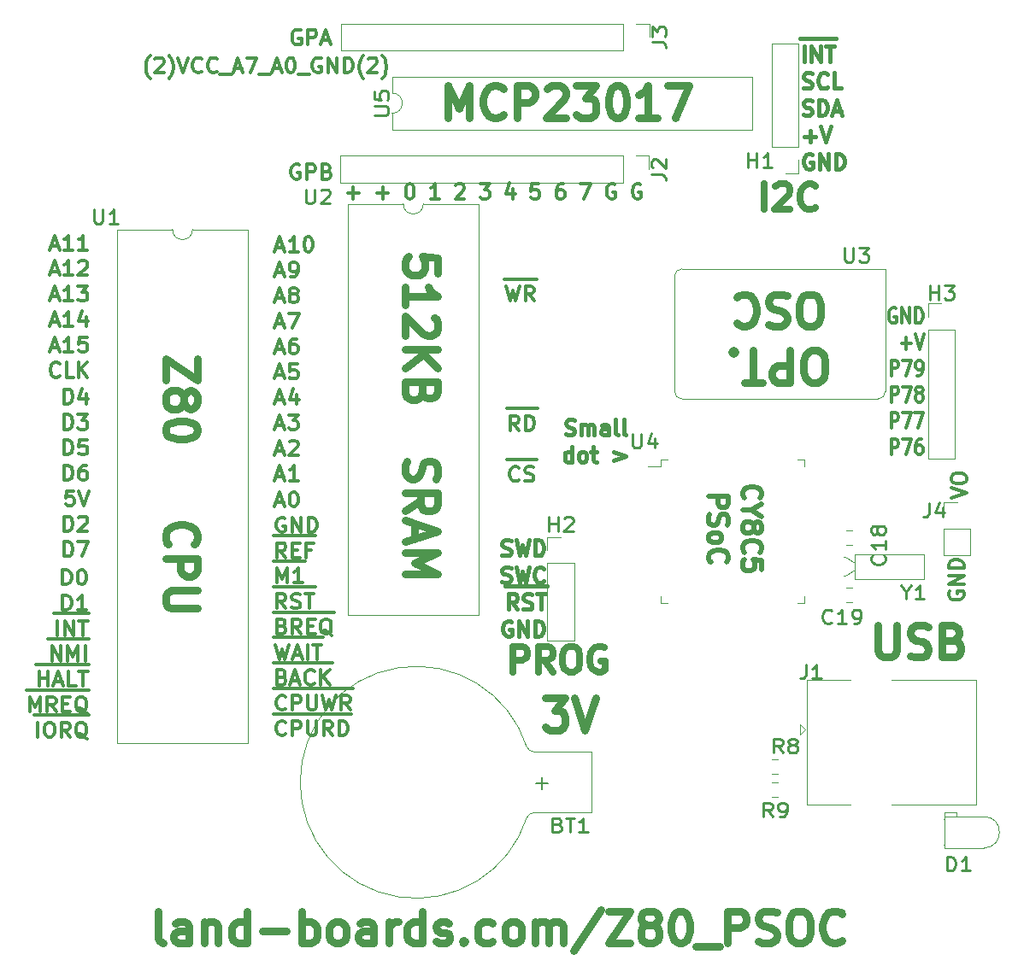
<source format=gbr>
G04 #@! TF.GenerationSoftware,KiCad,Pcbnew,(5.0.2)-1*
G04 #@! TF.CreationDate,2019-10-05T10:25:00-04:00*
G04 #@! TF.ProjectId,Z80_CPU,5a38305f-4350-4552-9e6b-696361645f70,1*
G04 #@! TF.SameCoordinates,Original*
G04 #@! TF.FileFunction,Legend,Top*
G04 #@! TF.FilePolarity,Positive*
%FSLAX46Y46*%
G04 Gerber Fmt 4.6, Leading zero omitted, Abs format (unit mm)*
G04 Created by KiCad (PCBNEW (5.0.2)-1) date 10/5/2019 10:25:00 AM*
%MOMM*%
%LPD*%
G01*
G04 APERTURE LIST*
%ADD10C,0.349250*%
%ADD11C,0.381000*%
%ADD12C,0.300000*%
%ADD13C,0.793750*%
%ADD14C,0.317500*%
%ADD15C,0.635000*%
%ADD16C,0.476250*%
%ADD17C,0.120000*%
%ADD18C,0.254000*%
%ADD19C,0.150000*%
G04 APERTURE END LIST*
D10*
X48614012Y-38654609D02*
X50138012Y-38654609D01*
X49847726Y-40806007D02*
X49339726Y-40116578D01*
X48976869Y-40806007D02*
X48976869Y-39358207D01*
X49557441Y-39358207D01*
X49702583Y-39427150D01*
X49775155Y-39496092D01*
X49847726Y-39633978D01*
X49847726Y-39840807D01*
X49775155Y-39978692D01*
X49702583Y-40047635D01*
X49557441Y-40116578D01*
X48976869Y-40116578D01*
X50138012Y-38654609D02*
X51662012Y-38654609D01*
X50500869Y-40806007D02*
X50500869Y-39358207D01*
X50863726Y-39358207D01*
X51081441Y-39427150D01*
X51226583Y-39565035D01*
X51299155Y-39702921D01*
X51371726Y-39978692D01*
X51371726Y-40185521D01*
X51299155Y-40461292D01*
X51226583Y-40599178D01*
X51081441Y-40737064D01*
X50863726Y-40806007D01*
X50500869Y-40806007D01*
X48614012Y-43696509D02*
X50138012Y-43696509D01*
X49847726Y-45710021D02*
X49775155Y-45778964D01*
X49557441Y-45847907D01*
X49412298Y-45847907D01*
X49194583Y-45778964D01*
X49049441Y-45641078D01*
X48976869Y-45503192D01*
X48904298Y-45227421D01*
X48904298Y-45020592D01*
X48976869Y-44744821D01*
X49049441Y-44606935D01*
X49194583Y-44469050D01*
X49412298Y-44400107D01*
X49557441Y-44400107D01*
X49775155Y-44469050D01*
X49847726Y-44537992D01*
X50138012Y-43696509D02*
X51589441Y-43696509D01*
X50428298Y-45778964D02*
X50646012Y-45847907D01*
X51008869Y-45847907D01*
X51154012Y-45778964D01*
X51226583Y-45710021D01*
X51299155Y-45572135D01*
X51299155Y-45434250D01*
X51226583Y-45296364D01*
X51154012Y-45227421D01*
X51008869Y-45158478D01*
X50718583Y-45089535D01*
X50573441Y-45020592D01*
X50500869Y-44951650D01*
X50428298Y-44813764D01*
X50428298Y-44675878D01*
X50500869Y-44537992D01*
X50573441Y-44469050D01*
X50718583Y-44400107D01*
X51081441Y-44400107D01*
X51299155Y-44469050D01*
X48360012Y-25808559D02*
X50101726Y-25808559D01*
X48577726Y-26512157D02*
X48940583Y-27959957D01*
X49230869Y-26925814D01*
X49521155Y-27959957D01*
X49884012Y-26512157D01*
X50101726Y-25808559D02*
X51625726Y-25808559D01*
X51335441Y-27959957D02*
X50827441Y-27270528D01*
X50464583Y-27959957D02*
X50464583Y-26512157D01*
X51045155Y-26512157D01*
X51190298Y-26581100D01*
X51262869Y-26650042D01*
X51335441Y-26787928D01*
X51335441Y-26994757D01*
X51262869Y-27132642D01*
X51190298Y-27201585D01*
X51045155Y-27270528D01*
X50464583Y-27270528D01*
X25790298Y-47952025D02*
X26516012Y-47952025D01*
X25645155Y-48365682D02*
X26153155Y-46917882D01*
X26661155Y-48365682D01*
X27459441Y-46917882D02*
X27604583Y-46917882D01*
X27749726Y-46986825D01*
X27822298Y-47055767D01*
X27894869Y-47193653D01*
X27967441Y-47469425D01*
X27967441Y-47814139D01*
X27894869Y-48089910D01*
X27822298Y-48227796D01*
X27749726Y-48296739D01*
X27604583Y-48365682D01*
X27459441Y-48365682D01*
X27314298Y-48296739D01*
X27241726Y-48227796D01*
X27169155Y-48089910D01*
X27096583Y-47814139D01*
X27096583Y-47469425D01*
X27169155Y-47193653D01*
X27241726Y-47055767D01*
X27314298Y-46986825D01*
X27459441Y-46917882D01*
X26661155Y-49507775D02*
X26516012Y-49438832D01*
X26298298Y-49438832D01*
X26080583Y-49507775D01*
X25935441Y-49645660D01*
X25862869Y-49783546D01*
X25790298Y-50059317D01*
X25790298Y-50266146D01*
X25862869Y-50541917D01*
X25935441Y-50679803D01*
X26080583Y-50817689D01*
X26298298Y-50886632D01*
X26443441Y-50886632D01*
X26661155Y-50817689D01*
X26733726Y-50748746D01*
X26733726Y-50266146D01*
X26443441Y-50266146D01*
X27386869Y-50886632D02*
X27386869Y-49438832D01*
X28257726Y-50886632D01*
X28257726Y-49438832D01*
X28983441Y-50886632D02*
X28983441Y-49438832D01*
X29346298Y-49438832D01*
X29564012Y-49507775D01*
X29709155Y-49645660D01*
X29781726Y-49783546D01*
X29854298Y-50059317D01*
X29854298Y-50266146D01*
X29781726Y-50541917D01*
X29709155Y-50679803D01*
X29564012Y-50817689D01*
X29346298Y-50886632D01*
X28983441Y-50886632D01*
X25500012Y-51256184D02*
X27024012Y-51256184D01*
X26733726Y-53407582D02*
X26225726Y-52718153D01*
X25862869Y-53407582D02*
X25862869Y-51959782D01*
X26443441Y-51959782D01*
X26588583Y-52028725D01*
X26661155Y-52097667D01*
X26733726Y-52235553D01*
X26733726Y-52442382D01*
X26661155Y-52580267D01*
X26588583Y-52649210D01*
X26443441Y-52718153D01*
X25862869Y-52718153D01*
X27024012Y-51256184D02*
X28402869Y-51256184D01*
X27386869Y-52649210D02*
X27894869Y-52649210D01*
X28112583Y-53407582D02*
X27386869Y-53407582D01*
X27386869Y-51959782D01*
X28112583Y-51959782D01*
X28402869Y-51256184D02*
X29709155Y-51256184D01*
X29273726Y-52649210D02*
X28765726Y-52649210D01*
X28765726Y-53407582D02*
X28765726Y-51959782D01*
X29491441Y-51959782D01*
X25500012Y-53777134D02*
X27241726Y-53777134D01*
X25862869Y-55928532D02*
X25862869Y-54480732D01*
X26370869Y-55514875D01*
X26878869Y-54480732D01*
X26878869Y-55928532D01*
X27241726Y-53777134D02*
X28693155Y-53777134D01*
X28402869Y-55928532D02*
X27532012Y-55928532D01*
X27967441Y-55928532D02*
X27967441Y-54480732D01*
X27822298Y-54687560D01*
X27677155Y-54825446D01*
X27532012Y-54894389D01*
X25500012Y-56298084D02*
X27024012Y-56298084D01*
X26733726Y-58449482D02*
X26225726Y-57760053D01*
X25862869Y-58449482D02*
X25862869Y-57001682D01*
X26443441Y-57001682D01*
X26588583Y-57070625D01*
X26661155Y-57139567D01*
X26733726Y-57277453D01*
X26733726Y-57484282D01*
X26661155Y-57622167D01*
X26588583Y-57691110D01*
X26443441Y-57760053D01*
X25862869Y-57760053D01*
X27024012Y-56298084D02*
X28475441Y-56298084D01*
X27314298Y-58380539D02*
X27532012Y-58449482D01*
X27894869Y-58449482D01*
X28040012Y-58380539D01*
X28112583Y-58311596D01*
X28185155Y-58173710D01*
X28185155Y-58035825D01*
X28112583Y-57897939D01*
X28040012Y-57828996D01*
X27894869Y-57760053D01*
X27604583Y-57691110D01*
X27459441Y-57622167D01*
X27386869Y-57553225D01*
X27314298Y-57415339D01*
X27314298Y-57277453D01*
X27386869Y-57139567D01*
X27459441Y-57070625D01*
X27604583Y-57001682D01*
X27967441Y-57001682D01*
X28185155Y-57070625D01*
X28475441Y-56298084D02*
X29636583Y-56298084D01*
X28620583Y-57001682D02*
X29491441Y-57001682D01*
X29056012Y-58449482D02*
X29056012Y-57001682D01*
X25500012Y-58819034D02*
X27024012Y-58819034D01*
X26370869Y-60212060D02*
X26588583Y-60281003D01*
X26661155Y-60349946D01*
X26733726Y-60487832D01*
X26733726Y-60694660D01*
X26661155Y-60832546D01*
X26588583Y-60901489D01*
X26443441Y-60970432D01*
X25862869Y-60970432D01*
X25862869Y-59522632D01*
X26370869Y-59522632D01*
X26516012Y-59591575D01*
X26588583Y-59660517D01*
X26661155Y-59798403D01*
X26661155Y-59936289D01*
X26588583Y-60074175D01*
X26516012Y-60143117D01*
X26370869Y-60212060D01*
X25862869Y-60212060D01*
X27024012Y-58819034D02*
X28548012Y-58819034D01*
X28257726Y-60970432D02*
X27749726Y-60281003D01*
X27386869Y-60970432D02*
X27386869Y-59522632D01*
X27967441Y-59522632D01*
X28112583Y-59591575D01*
X28185155Y-59660517D01*
X28257726Y-59798403D01*
X28257726Y-60005232D01*
X28185155Y-60143117D01*
X28112583Y-60212060D01*
X27967441Y-60281003D01*
X27386869Y-60281003D01*
X28548012Y-58819034D02*
X29926869Y-58819034D01*
X28910869Y-60212060D02*
X29418869Y-60212060D01*
X29636583Y-60970432D02*
X28910869Y-60970432D01*
X28910869Y-59522632D01*
X29636583Y-59522632D01*
X29926869Y-58819034D02*
X31523441Y-58819034D01*
X31305726Y-61108317D02*
X31160583Y-61039375D01*
X31015441Y-60901489D01*
X30797726Y-60694660D01*
X30652583Y-60625717D01*
X30507441Y-60625717D01*
X30580012Y-60970432D02*
X30434869Y-60901489D01*
X30289726Y-60763603D01*
X30217155Y-60487832D01*
X30217155Y-60005232D01*
X30289726Y-59729460D01*
X30434869Y-59591575D01*
X30580012Y-59522632D01*
X30870298Y-59522632D01*
X31015441Y-59591575D01*
X31160583Y-59729460D01*
X31233155Y-60005232D01*
X31233155Y-60487832D01*
X31160583Y-60763603D01*
X31015441Y-60901489D01*
X30870298Y-60970432D01*
X30580012Y-60970432D01*
X25500012Y-61339984D02*
X27241726Y-61339984D01*
X25717726Y-62043582D02*
X26080583Y-63491382D01*
X26370869Y-62457239D01*
X26661155Y-63491382D01*
X27024012Y-62043582D01*
X27241726Y-61339984D02*
X28548012Y-61339984D01*
X27532012Y-63077725D02*
X28257726Y-63077725D01*
X27386869Y-63491382D02*
X27894869Y-62043582D01*
X28402869Y-63491382D01*
X28548012Y-61339984D02*
X29273726Y-61339984D01*
X28910869Y-63491382D02*
X28910869Y-62043582D01*
X29273726Y-61339984D02*
X30434869Y-61339984D01*
X29418869Y-62043582D02*
X30289726Y-62043582D01*
X29854298Y-63491382D02*
X29854298Y-62043582D01*
X25500012Y-63860934D02*
X27024012Y-63860934D01*
X26370869Y-65253960D02*
X26588583Y-65322903D01*
X26661155Y-65391846D01*
X26733726Y-65529732D01*
X26733726Y-65736560D01*
X26661155Y-65874446D01*
X26588583Y-65943389D01*
X26443441Y-66012332D01*
X25862869Y-66012332D01*
X25862869Y-64564532D01*
X26370869Y-64564532D01*
X26516012Y-64633475D01*
X26588583Y-64702417D01*
X26661155Y-64840303D01*
X26661155Y-64978189D01*
X26588583Y-65116075D01*
X26516012Y-65185017D01*
X26370869Y-65253960D01*
X25862869Y-65253960D01*
X27024012Y-63860934D02*
X28330298Y-63860934D01*
X27314298Y-65598675D02*
X28040012Y-65598675D01*
X27169155Y-66012332D02*
X27677155Y-64564532D01*
X28185155Y-66012332D01*
X28330298Y-63860934D02*
X29854298Y-63860934D01*
X29564012Y-65874446D02*
X29491441Y-65943389D01*
X29273726Y-66012332D01*
X29128583Y-66012332D01*
X28910869Y-65943389D01*
X28765726Y-65805503D01*
X28693155Y-65667617D01*
X28620583Y-65391846D01*
X28620583Y-65185017D01*
X28693155Y-64909246D01*
X28765726Y-64771360D01*
X28910869Y-64633475D01*
X29128583Y-64564532D01*
X29273726Y-64564532D01*
X29491441Y-64633475D01*
X29564012Y-64702417D01*
X29854298Y-63860934D02*
X31378298Y-63860934D01*
X30217155Y-66012332D02*
X30217155Y-64564532D01*
X31088012Y-66012332D02*
X30434869Y-65185017D01*
X31088012Y-64564532D02*
X30217155Y-65391846D01*
X25500012Y-66381884D02*
X27024012Y-66381884D01*
X26733726Y-68395396D02*
X26661155Y-68464339D01*
X26443441Y-68533282D01*
X26298298Y-68533282D01*
X26080583Y-68464339D01*
X25935441Y-68326453D01*
X25862869Y-68188567D01*
X25790298Y-67912796D01*
X25790298Y-67705967D01*
X25862869Y-67430196D01*
X25935441Y-67292310D01*
X26080583Y-67154425D01*
X26298298Y-67085482D01*
X26443441Y-67085482D01*
X26661155Y-67154425D01*
X26733726Y-67223367D01*
X27024012Y-66381884D02*
X28548012Y-66381884D01*
X27386869Y-68533282D02*
X27386869Y-67085482D01*
X27967441Y-67085482D01*
X28112583Y-67154425D01*
X28185155Y-67223367D01*
X28257726Y-67361253D01*
X28257726Y-67568082D01*
X28185155Y-67705967D01*
X28112583Y-67774910D01*
X27967441Y-67843853D01*
X27386869Y-67843853D01*
X28548012Y-66381884D02*
X30144583Y-66381884D01*
X28910869Y-67085482D02*
X28910869Y-68257510D01*
X28983441Y-68395396D01*
X29056012Y-68464339D01*
X29201155Y-68533282D01*
X29491441Y-68533282D01*
X29636583Y-68464339D01*
X29709155Y-68395396D01*
X29781726Y-68257510D01*
X29781726Y-67085482D01*
X30144583Y-66381884D02*
X31886298Y-66381884D01*
X30362298Y-67085482D02*
X30725155Y-68533282D01*
X31015441Y-67499139D01*
X31305726Y-68533282D01*
X31668583Y-67085482D01*
X31886298Y-66381884D02*
X33410298Y-66381884D01*
X33120012Y-68533282D02*
X32612012Y-67843853D01*
X32249155Y-68533282D02*
X32249155Y-67085482D01*
X32829726Y-67085482D01*
X32974869Y-67154425D01*
X33047441Y-67223367D01*
X33120012Y-67361253D01*
X33120012Y-67568082D01*
X33047441Y-67705967D01*
X32974869Y-67774910D01*
X32829726Y-67843853D01*
X32249155Y-67843853D01*
X25500012Y-68902834D02*
X27024012Y-68902834D01*
X26733726Y-70916346D02*
X26661155Y-70985289D01*
X26443441Y-71054232D01*
X26298298Y-71054232D01*
X26080583Y-70985289D01*
X25935441Y-70847403D01*
X25862869Y-70709517D01*
X25790298Y-70433746D01*
X25790298Y-70226917D01*
X25862869Y-69951146D01*
X25935441Y-69813260D01*
X26080583Y-69675375D01*
X26298298Y-69606432D01*
X26443441Y-69606432D01*
X26661155Y-69675375D01*
X26733726Y-69744317D01*
X27024012Y-68902834D02*
X28548012Y-68902834D01*
X27386869Y-71054232D02*
X27386869Y-69606432D01*
X27967441Y-69606432D01*
X28112583Y-69675375D01*
X28185155Y-69744317D01*
X28257726Y-69882203D01*
X28257726Y-70089032D01*
X28185155Y-70226917D01*
X28112583Y-70295860D01*
X27967441Y-70364803D01*
X27386869Y-70364803D01*
X28548012Y-68902834D02*
X30144583Y-68902834D01*
X28910869Y-69606432D02*
X28910869Y-70778460D01*
X28983441Y-70916346D01*
X29056012Y-70985289D01*
X29201155Y-71054232D01*
X29491441Y-71054232D01*
X29636583Y-70985289D01*
X29709155Y-70916346D01*
X29781726Y-70778460D01*
X29781726Y-69606432D01*
X30144583Y-68902834D02*
X31668583Y-68902834D01*
X31378298Y-71054232D02*
X30870298Y-70364803D01*
X30507441Y-71054232D02*
X30507441Y-69606432D01*
X31088012Y-69606432D01*
X31233155Y-69675375D01*
X31305726Y-69744317D01*
X31378298Y-69882203D01*
X31378298Y-70089032D01*
X31305726Y-70226917D01*
X31233155Y-70295860D01*
X31088012Y-70364803D01*
X30507441Y-70364803D01*
X31668583Y-68902834D02*
X33192583Y-68902834D01*
X32031441Y-71054232D02*
X32031441Y-69606432D01*
X32394298Y-69606432D01*
X32612012Y-69675375D01*
X32757155Y-69813260D01*
X32829726Y-69951146D01*
X32902298Y-70226917D01*
X32902298Y-70433746D01*
X32829726Y-70709517D01*
X32757155Y-70847403D01*
X32612012Y-70985289D01*
X32394298Y-71054232D01*
X32031441Y-71054232D01*
X25790298Y-22679025D02*
X26516012Y-22679025D01*
X25645155Y-23092682D02*
X26153155Y-21644882D01*
X26661155Y-23092682D01*
X27967441Y-23092682D02*
X27096583Y-23092682D01*
X27532012Y-23092682D02*
X27532012Y-21644882D01*
X27386869Y-21851710D01*
X27241726Y-21989596D01*
X27096583Y-22058539D01*
X28910869Y-21644882D02*
X29056012Y-21644882D01*
X29201155Y-21713825D01*
X29273726Y-21782767D01*
X29346298Y-21920653D01*
X29418869Y-22196425D01*
X29418869Y-22541139D01*
X29346298Y-22816910D01*
X29273726Y-22954796D01*
X29201155Y-23023739D01*
X29056012Y-23092682D01*
X28910869Y-23092682D01*
X28765726Y-23023739D01*
X28693155Y-22954796D01*
X28620583Y-22816910D01*
X28548012Y-22541139D01*
X28548012Y-22196425D01*
X28620583Y-21920653D01*
X28693155Y-21782767D01*
X28765726Y-21713825D01*
X28910869Y-21644882D01*
X25790298Y-25199975D02*
X26516012Y-25199975D01*
X25645155Y-25613632D02*
X26153155Y-24165832D01*
X26661155Y-25613632D01*
X27241726Y-25613632D02*
X27532012Y-25613632D01*
X27677155Y-25544689D01*
X27749726Y-25475746D01*
X27894869Y-25268917D01*
X27967441Y-24993146D01*
X27967441Y-24441603D01*
X27894869Y-24303717D01*
X27822298Y-24234775D01*
X27677155Y-24165832D01*
X27386869Y-24165832D01*
X27241726Y-24234775D01*
X27169155Y-24303717D01*
X27096583Y-24441603D01*
X27096583Y-24786317D01*
X27169155Y-24924203D01*
X27241726Y-24993146D01*
X27386869Y-25062089D01*
X27677155Y-25062089D01*
X27822298Y-24993146D01*
X27894869Y-24924203D01*
X27967441Y-24786317D01*
X25790298Y-27720925D02*
X26516012Y-27720925D01*
X25645155Y-28134582D02*
X26153155Y-26686782D01*
X26661155Y-28134582D01*
X27386869Y-27307267D02*
X27241726Y-27238325D01*
X27169155Y-27169382D01*
X27096583Y-27031496D01*
X27096583Y-26962553D01*
X27169155Y-26824667D01*
X27241726Y-26755725D01*
X27386869Y-26686782D01*
X27677155Y-26686782D01*
X27822298Y-26755725D01*
X27894869Y-26824667D01*
X27967441Y-26962553D01*
X27967441Y-27031496D01*
X27894869Y-27169382D01*
X27822298Y-27238325D01*
X27677155Y-27307267D01*
X27386869Y-27307267D01*
X27241726Y-27376210D01*
X27169155Y-27445153D01*
X27096583Y-27583039D01*
X27096583Y-27858810D01*
X27169155Y-27996696D01*
X27241726Y-28065639D01*
X27386869Y-28134582D01*
X27677155Y-28134582D01*
X27822298Y-28065639D01*
X27894869Y-27996696D01*
X27967441Y-27858810D01*
X27967441Y-27583039D01*
X27894869Y-27445153D01*
X27822298Y-27376210D01*
X27677155Y-27307267D01*
X25790298Y-30241875D02*
X26516012Y-30241875D01*
X25645155Y-30655532D02*
X26153155Y-29207732D01*
X26661155Y-30655532D01*
X27024012Y-29207732D02*
X28040012Y-29207732D01*
X27386869Y-30655532D01*
X25790298Y-32762825D02*
X26516012Y-32762825D01*
X25645155Y-33176482D02*
X26153155Y-31728682D01*
X26661155Y-33176482D01*
X27822298Y-31728682D02*
X27532012Y-31728682D01*
X27386869Y-31797625D01*
X27314298Y-31866567D01*
X27169155Y-32073396D01*
X27096583Y-32349167D01*
X27096583Y-32900710D01*
X27169155Y-33038596D01*
X27241726Y-33107539D01*
X27386869Y-33176482D01*
X27677155Y-33176482D01*
X27822298Y-33107539D01*
X27894869Y-33038596D01*
X27967441Y-32900710D01*
X27967441Y-32555996D01*
X27894869Y-32418110D01*
X27822298Y-32349167D01*
X27677155Y-32280225D01*
X27386869Y-32280225D01*
X27241726Y-32349167D01*
X27169155Y-32418110D01*
X27096583Y-32555996D01*
X25790298Y-35283775D02*
X26516012Y-35283775D01*
X25645155Y-35697432D02*
X26153155Y-34249632D01*
X26661155Y-35697432D01*
X27894869Y-34249632D02*
X27169155Y-34249632D01*
X27096583Y-34939060D01*
X27169155Y-34870117D01*
X27314298Y-34801175D01*
X27677155Y-34801175D01*
X27822298Y-34870117D01*
X27894869Y-34939060D01*
X27967441Y-35076946D01*
X27967441Y-35421660D01*
X27894869Y-35559546D01*
X27822298Y-35628489D01*
X27677155Y-35697432D01*
X27314298Y-35697432D01*
X27169155Y-35628489D01*
X27096583Y-35559546D01*
X25790298Y-37804725D02*
X26516012Y-37804725D01*
X25645155Y-38218382D02*
X26153155Y-36770582D01*
X26661155Y-38218382D01*
X27822298Y-37253182D02*
X27822298Y-38218382D01*
X27459441Y-36701639D02*
X27096583Y-37735782D01*
X28040012Y-37735782D01*
X25790298Y-40325675D02*
X26516012Y-40325675D01*
X25645155Y-40739332D02*
X26153155Y-39291532D01*
X26661155Y-40739332D01*
X27024012Y-39291532D02*
X27967441Y-39291532D01*
X27459441Y-39843075D01*
X27677155Y-39843075D01*
X27822298Y-39912017D01*
X27894869Y-39980960D01*
X27967441Y-40118846D01*
X27967441Y-40463560D01*
X27894869Y-40601446D01*
X27822298Y-40670389D01*
X27677155Y-40739332D01*
X27241726Y-40739332D01*
X27096583Y-40670389D01*
X27024012Y-40601446D01*
X25790298Y-42846625D02*
X26516012Y-42846625D01*
X25645155Y-43260282D02*
X26153155Y-41812482D01*
X26661155Y-43260282D01*
X27096583Y-41950367D02*
X27169155Y-41881425D01*
X27314298Y-41812482D01*
X27677155Y-41812482D01*
X27822298Y-41881425D01*
X27894869Y-41950367D01*
X27967441Y-42088253D01*
X27967441Y-42226139D01*
X27894869Y-42432967D01*
X27024012Y-43260282D01*
X27967441Y-43260282D01*
X25790298Y-45367575D02*
X26516012Y-45367575D01*
X25645155Y-45781232D02*
X26153155Y-44333432D01*
X26661155Y-45781232D01*
X27967441Y-45781232D02*
X27096583Y-45781232D01*
X27532012Y-45781232D02*
X27532012Y-44333432D01*
X27386869Y-44540260D01*
X27241726Y-44678146D01*
X27096583Y-44747089D01*
X4653416Y-56084107D02*
X4653416Y-54636307D01*
X5016273Y-54636307D01*
X5233987Y-54705250D01*
X5379130Y-54843135D01*
X5451701Y-54981021D01*
X5524273Y-55256792D01*
X5524273Y-55463621D01*
X5451701Y-55739392D01*
X5379130Y-55877278D01*
X5233987Y-56015164D01*
X5016273Y-56084107D01*
X4653416Y-56084107D01*
X6467701Y-54636307D02*
X6612844Y-54636307D01*
X6757987Y-54705250D01*
X6830558Y-54774192D01*
X6903130Y-54912078D01*
X6975701Y-55187850D01*
X6975701Y-55532564D01*
X6903130Y-55808335D01*
X6830558Y-55946221D01*
X6757987Y-56015164D01*
X6612844Y-56084107D01*
X6467701Y-56084107D01*
X6322558Y-56015164D01*
X6249987Y-55946221D01*
X6177416Y-55808335D01*
X6104844Y-55532564D01*
X6104844Y-55187850D01*
X6177416Y-54912078D01*
X6249987Y-54774192D01*
X6322558Y-54705250D01*
X6467701Y-54636307D01*
X4653416Y-58605057D02*
X4653416Y-57157257D01*
X5016273Y-57157257D01*
X5233987Y-57226200D01*
X5379130Y-57364085D01*
X5451701Y-57501971D01*
X5524273Y-57777742D01*
X5524273Y-57984571D01*
X5451701Y-58260342D01*
X5379130Y-58398228D01*
X5233987Y-58536114D01*
X5016273Y-58605057D01*
X4653416Y-58605057D01*
X6975701Y-58605057D02*
X6104844Y-58605057D01*
X6540273Y-58605057D02*
X6540273Y-57157257D01*
X6395130Y-57364085D01*
X6249987Y-57501971D01*
X6104844Y-57570914D01*
X3782558Y-58974609D02*
X4508273Y-58974609D01*
X4145416Y-61126007D02*
X4145416Y-59678207D01*
X4508273Y-58974609D02*
X6104844Y-58974609D01*
X4871130Y-61126007D02*
X4871130Y-59678207D01*
X5741987Y-61126007D01*
X5741987Y-59678207D01*
X6104844Y-58974609D02*
X7265987Y-58974609D01*
X6249987Y-59678207D02*
X7120844Y-59678207D01*
X6685416Y-61126007D02*
X6685416Y-59678207D01*
X3201987Y-61495559D02*
X4798558Y-61495559D01*
X3564844Y-63646957D02*
X3564844Y-62199157D01*
X4435701Y-63646957D01*
X4435701Y-62199157D01*
X4798558Y-61495559D02*
X6540273Y-61495559D01*
X5161416Y-63646957D02*
X5161416Y-62199157D01*
X5669416Y-63233300D01*
X6177416Y-62199157D01*
X6177416Y-63646957D01*
X6540273Y-61495559D02*
X7265987Y-61495559D01*
X6903130Y-63646957D02*
X6903130Y-62199157D01*
X1968273Y-64016509D02*
X3564844Y-64016509D01*
X2331130Y-66167907D02*
X2331130Y-64720107D01*
X2331130Y-65409535D02*
X3201987Y-65409535D01*
X3201987Y-66167907D02*
X3201987Y-64720107D01*
X3564844Y-64016509D02*
X4871130Y-64016509D01*
X3855130Y-65754250D02*
X4580844Y-65754250D01*
X3709987Y-66167907D02*
X4217987Y-64720107D01*
X4725987Y-66167907D01*
X4871130Y-64016509D02*
X6104844Y-64016509D01*
X5959701Y-66167907D02*
X5233987Y-66167907D01*
X5233987Y-64720107D01*
X6104844Y-64016509D02*
X7265987Y-64016509D01*
X6249987Y-64720107D02*
X7120844Y-64720107D01*
X6685416Y-66167907D02*
X6685416Y-64720107D01*
X1024844Y-66537459D02*
X2766558Y-66537459D01*
X1387701Y-68688857D02*
X1387701Y-67241057D01*
X1895701Y-68275200D01*
X2403701Y-67241057D01*
X2403701Y-68688857D01*
X2766558Y-66537459D02*
X4290558Y-66537459D01*
X4000273Y-68688857D02*
X3492273Y-67999428D01*
X3129416Y-68688857D02*
X3129416Y-67241057D01*
X3709987Y-67241057D01*
X3855130Y-67310000D01*
X3927701Y-67378942D01*
X4000273Y-67516828D01*
X4000273Y-67723657D01*
X3927701Y-67861542D01*
X3855130Y-67930485D01*
X3709987Y-67999428D01*
X3129416Y-67999428D01*
X4290558Y-66537459D02*
X5669416Y-66537459D01*
X4653416Y-67930485D02*
X5161416Y-67930485D01*
X5379130Y-68688857D02*
X4653416Y-68688857D01*
X4653416Y-67241057D01*
X5379130Y-67241057D01*
X5669416Y-66537459D02*
X7265987Y-66537459D01*
X7048273Y-68826742D02*
X6903130Y-68757800D01*
X6757987Y-68619914D01*
X6540273Y-68413085D01*
X6395130Y-68344142D01*
X6249987Y-68344142D01*
X6322558Y-68688857D02*
X6177416Y-68619914D01*
X6032273Y-68482028D01*
X5959701Y-68206257D01*
X5959701Y-67723657D01*
X6032273Y-67447885D01*
X6177416Y-67310000D01*
X6322558Y-67241057D01*
X6612844Y-67241057D01*
X6757987Y-67310000D01*
X6903130Y-67447885D01*
X6975701Y-67723657D01*
X6975701Y-68206257D01*
X6903130Y-68482028D01*
X6757987Y-68619914D01*
X6612844Y-68688857D01*
X6322558Y-68688857D01*
X1823130Y-69058409D02*
X2548844Y-69058409D01*
X2185987Y-71209807D02*
X2185987Y-69762007D01*
X2548844Y-69058409D02*
X4145416Y-69058409D01*
X3201987Y-69762007D02*
X3492273Y-69762007D01*
X3637416Y-69830950D01*
X3782558Y-69968835D01*
X3855130Y-70244607D01*
X3855130Y-70727207D01*
X3782558Y-71002978D01*
X3637416Y-71140864D01*
X3492273Y-71209807D01*
X3201987Y-71209807D01*
X3056844Y-71140864D01*
X2911701Y-71002978D01*
X2839130Y-70727207D01*
X2839130Y-70244607D01*
X2911701Y-69968835D01*
X3056844Y-69830950D01*
X3201987Y-69762007D01*
X4145416Y-69058409D02*
X5669416Y-69058409D01*
X5379130Y-71209807D02*
X4871130Y-70520378D01*
X4508273Y-71209807D02*
X4508273Y-69762007D01*
X5088844Y-69762007D01*
X5233987Y-69830950D01*
X5306558Y-69899892D01*
X5379130Y-70037778D01*
X5379130Y-70244607D01*
X5306558Y-70382492D01*
X5233987Y-70451435D01*
X5088844Y-70520378D01*
X4508273Y-70520378D01*
X5669416Y-69058409D02*
X7265987Y-69058409D01*
X7048273Y-71347692D02*
X6903130Y-71278750D01*
X6757987Y-71140864D01*
X6540273Y-70934035D01*
X6395130Y-70865092D01*
X6249987Y-70865092D01*
X6322558Y-71209807D02*
X6177416Y-71140864D01*
X6032273Y-71002978D01*
X5959701Y-70727207D01*
X5959701Y-70244607D01*
X6032273Y-69968835D01*
X6177416Y-69830950D01*
X6322558Y-69762007D01*
X6612844Y-69762007D01*
X6757987Y-69830950D01*
X6903130Y-69968835D01*
X6975701Y-70244607D01*
X6975701Y-70727207D01*
X6903130Y-71002978D01*
X6757987Y-71140864D01*
X6612844Y-71209807D01*
X6322558Y-71209807D01*
X4780416Y-38177107D02*
X4780416Y-36729307D01*
X5143273Y-36729307D01*
X5360987Y-36798250D01*
X5506130Y-36936135D01*
X5578701Y-37074021D01*
X5651273Y-37349792D01*
X5651273Y-37556621D01*
X5578701Y-37832392D01*
X5506130Y-37970278D01*
X5360987Y-38108164D01*
X5143273Y-38177107D01*
X4780416Y-38177107D01*
X6957558Y-37211907D02*
X6957558Y-38177107D01*
X6594701Y-36660364D02*
X6231844Y-37694507D01*
X7175273Y-37694507D01*
X4780416Y-40698057D02*
X4780416Y-39250257D01*
X5143273Y-39250257D01*
X5360987Y-39319200D01*
X5506130Y-39457085D01*
X5578701Y-39594971D01*
X5651273Y-39870742D01*
X5651273Y-40077571D01*
X5578701Y-40353342D01*
X5506130Y-40491228D01*
X5360987Y-40629114D01*
X5143273Y-40698057D01*
X4780416Y-40698057D01*
X6159273Y-39250257D02*
X7102701Y-39250257D01*
X6594701Y-39801800D01*
X6812416Y-39801800D01*
X6957558Y-39870742D01*
X7030130Y-39939685D01*
X7102701Y-40077571D01*
X7102701Y-40422285D01*
X7030130Y-40560171D01*
X6957558Y-40629114D01*
X6812416Y-40698057D01*
X6376987Y-40698057D01*
X6231844Y-40629114D01*
X6159273Y-40560171D01*
X4780416Y-43219007D02*
X4780416Y-41771207D01*
X5143273Y-41771207D01*
X5360987Y-41840150D01*
X5506130Y-41978035D01*
X5578701Y-42115921D01*
X5651273Y-42391692D01*
X5651273Y-42598521D01*
X5578701Y-42874292D01*
X5506130Y-43012178D01*
X5360987Y-43150064D01*
X5143273Y-43219007D01*
X4780416Y-43219007D01*
X7030130Y-41771207D02*
X6304416Y-41771207D01*
X6231844Y-42460635D01*
X6304416Y-42391692D01*
X6449558Y-42322750D01*
X6812416Y-42322750D01*
X6957558Y-42391692D01*
X7030130Y-42460635D01*
X7102701Y-42598521D01*
X7102701Y-42943235D01*
X7030130Y-43081121D01*
X6957558Y-43150064D01*
X6812416Y-43219007D01*
X6449558Y-43219007D01*
X6304416Y-43150064D01*
X6231844Y-43081121D01*
X4780416Y-45739957D02*
X4780416Y-44292157D01*
X5143273Y-44292157D01*
X5360987Y-44361100D01*
X5506130Y-44498985D01*
X5578701Y-44636871D01*
X5651273Y-44912642D01*
X5651273Y-45119471D01*
X5578701Y-45395242D01*
X5506130Y-45533128D01*
X5360987Y-45671014D01*
X5143273Y-45739957D01*
X4780416Y-45739957D01*
X6957558Y-44292157D02*
X6667273Y-44292157D01*
X6522130Y-44361100D01*
X6449558Y-44430042D01*
X6304416Y-44636871D01*
X6231844Y-44912642D01*
X6231844Y-45464185D01*
X6304416Y-45602071D01*
X6376987Y-45671014D01*
X6522130Y-45739957D01*
X6812416Y-45739957D01*
X6957558Y-45671014D01*
X7030130Y-45602071D01*
X7102701Y-45464185D01*
X7102701Y-45119471D01*
X7030130Y-44981585D01*
X6957558Y-44912642D01*
X6812416Y-44843700D01*
X6522130Y-44843700D01*
X6376987Y-44912642D01*
X6304416Y-44981585D01*
X6231844Y-45119471D01*
X5723844Y-46813107D02*
X4998130Y-46813107D01*
X4925558Y-47502535D01*
X4998130Y-47433592D01*
X5143273Y-47364650D01*
X5506130Y-47364650D01*
X5651273Y-47433592D01*
X5723844Y-47502535D01*
X5796416Y-47640421D01*
X5796416Y-47985135D01*
X5723844Y-48123021D01*
X5651273Y-48191964D01*
X5506130Y-48260907D01*
X5143273Y-48260907D01*
X4998130Y-48191964D01*
X4925558Y-48123021D01*
X6231844Y-46813107D02*
X6739844Y-48260907D01*
X7247844Y-46813107D01*
X4780416Y-50781857D02*
X4780416Y-49334057D01*
X5143273Y-49334057D01*
X5360987Y-49403000D01*
X5506130Y-49540885D01*
X5578701Y-49678771D01*
X5651273Y-49954542D01*
X5651273Y-50161371D01*
X5578701Y-50437142D01*
X5506130Y-50575028D01*
X5360987Y-50712914D01*
X5143273Y-50781857D01*
X4780416Y-50781857D01*
X6231844Y-49471942D02*
X6304416Y-49403000D01*
X6449558Y-49334057D01*
X6812416Y-49334057D01*
X6957558Y-49403000D01*
X7030130Y-49471942D01*
X7102701Y-49609828D01*
X7102701Y-49747714D01*
X7030130Y-49954542D01*
X6159273Y-50781857D01*
X7102701Y-50781857D01*
X4780416Y-53302807D02*
X4780416Y-51855007D01*
X5143273Y-51855007D01*
X5360987Y-51923950D01*
X5506130Y-52061835D01*
X5578701Y-52199721D01*
X5651273Y-52475492D01*
X5651273Y-52682321D01*
X5578701Y-52958092D01*
X5506130Y-53095978D01*
X5360987Y-53233864D01*
X5143273Y-53302807D01*
X4780416Y-53302807D01*
X6159273Y-51855007D02*
X7175273Y-51855007D01*
X6522130Y-53302807D01*
X3474130Y-22513925D02*
X4199844Y-22513925D01*
X3328987Y-22927582D02*
X3836987Y-21479782D01*
X4344987Y-22927582D01*
X5651273Y-22927582D02*
X4780416Y-22927582D01*
X5215844Y-22927582D02*
X5215844Y-21479782D01*
X5070701Y-21686610D01*
X4925558Y-21824496D01*
X4780416Y-21893439D01*
X7102701Y-22927582D02*
X6231844Y-22927582D01*
X6667273Y-22927582D02*
X6667273Y-21479782D01*
X6522130Y-21686610D01*
X6376987Y-21824496D01*
X6231844Y-21893439D01*
X3474130Y-25034875D02*
X4199844Y-25034875D01*
X3328987Y-25448532D02*
X3836987Y-24000732D01*
X4344987Y-25448532D01*
X5651273Y-25448532D02*
X4780416Y-25448532D01*
X5215844Y-25448532D02*
X5215844Y-24000732D01*
X5070701Y-24207560D01*
X4925558Y-24345446D01*
X4780416Y-24414389D01*
X6231844Y-24138617D02*
X6304416Y-24069675D01*
X6449558Y-24000732D01*
X6812416Y-24000732D01*
X6957558Y-24069675D01*
X7030130Y-24138617D01*
X7102701Y-24276503D01*
X7102701Y-24414389D01*
X7030130Y-24621217D01*
X6159273Y-25448532D01*
X7102701Y-25448532D01*
X3474130Y-27555825D02*
X4199844Y-27555825D01*
X3328987Y-27969482D02*
X3836987Y-26521682D01*
X4344987Y-27969482D01*
X5651273Y-27969482D02*
X4780416Y-27969482D01*
X5215844Y-27969482D02*
X5215844Y-26521682D01*
X5070701Y-26728510D01*
X4925558Y-26866396D01*
X4780416Y-26935339D01*
X6159273Y-26521682D02*
X7102701Y-26521682D01*
X6594701Y-27073225D01*
X6812416Y-27073225D01*
X6957558Y-27142167D01*
X7030130Y-27211110D01*
X7102701Y-27348996D01*
X7102701Y-27693710D01*
X7030130Y-27831596D01*
X6957558Y-27900539D01*
X6812416Y-27969482D01*
X6376987Y-27969482D01*
X6231844Y-27900539D01*
X6159273Y-27831596D01*
X3474130Y-30076775D02*
X4199844Y-30076775D01*
X3328987Y-30490432D02*
X3836987Y-29042632D01*
X4344987Y-30490432D01*
X5651273Y-30490432D02*
X4780416Y-30490432D01*
X5215844Y-30490432D02*
X5215844Y-29042632D01*
X5070701Y-29249460D01*
X4925558Y-29387346D01*
X4780416Y-29456289D01*
X6957558Y-29525232D02*
X6957558Y-30490432D01*
X6594701Y-28973689D02*
X6231844Y-30007832D01*
X7175273Y-30007832D01*
X3474130Y-32597725D02*
X4199844Y-32597725D01*
X3328987Y-33011382D02*
X3836987Y-31563582D01*
X4344987Y-33011382D01*
X5651273Y-33011382D02*
X4780416Y-33011382D01*
X5215844Y-33011382D02*
X5215844Y-31563582D01*
X5070701Y-31770410D01*
X4925558Y-31908296D01*
X4780416Y-31977239D01*
X7030130Y-31563582D02*
X6304416Y-31563582D01*
X6231844Y-32253010D01*
X6304416Y-32184067D01*
X6449558Y-32115125D01*
X6812416Y-32115125D01*
X6957558Y-32184067D01*
X7030130Y-32253010D01*
X7102701Y-32390896D01*
X7102701Y-32735610D01*
X7030130Y-32873496D01*
X6957558Y-32942439D01*
X6812416Y-33011382D01*
X6449558Y-33011382D01*
X6304416Y-32942439D01*
X6231844Y-32873496D01*
X4344987Y-35394446D02*
X4272416Y-35463389D01*
X4054701Y-35532332D01*
X3909558Y-35532332D01*
X3691844Y-35463389D01*
X3546701Y-35325503D01*
X3474130Y-35187617D01*
X3401558Y-34911846D01*
X3401558Y-34705017D01*
X3474130Y-34429246D01*
X3546701Y-34291360D01*
X3691844Y-34153475D01*
X3909558Y-34084532D01*
X4054701Y-34084532D01*
X4272416Y-34153475D01*
X4344987Y-34222417D01*
X5723844Y-35532332D02*
X4998130Y-35532332D01*
X4998130Y-34084532D01*
X6231844Y-35532332D02*
X6231844Y-34084532D01*
X7102701Y-35532332D02*
X6449558Y-34705017D01*
X7102701Y-34084532D02*
X6231844Y-34911846D01*
D11*
X54464857Y-41193357D02*
X54682571Y-41265928D01*
X55045428Y-41265928D01*
X55190571Y-41193357D01*
X55263142Y-41120785D01*
X55335714Y-40975642D01*
X55335714Y-40830500D01*
X55263142Y-40685357D01*
X55190571Y-40612785D01*
X55045428Y-40540214D01*
X54755142Y-40467642D01*
X54610000Y-40395071D01*
X54537428Y-40322500D01*
X54464857Y-40177357D01*
X54464857Y-40032214D01*
X54537428Y-39887071D01*
X54610000Y-39814500D01*
X54755142Y-39741928D01*
X55118000Y-39741928D01*
X55335714Y-39814500D01*
X55988857Y-41265928D02*
X55988857Y-40249928D01*
X55988857Y-40395071D02*
X56061428Y-40322500D01*
X56206571Y-40249928D01*
X56424285Y-40249928D01*
X56569428Y-40322500D01*
X56642000Y-40467642D01*
X56642000Y-41265928D01*
X56642000Y-40467642D02*
X56714571Y-40322500D01*
X56859714Y-40249928D01*
X57077428Y-40249928D01*
X57222571Y-40322500D01*
X57295142Y-40467642D01*
X57295142Y-41265928D01*
X58674000Y-41265928D02*
X58674000Y-40467642D01*
X58601428Y-40322500D01*
X58456285Y-40249928D01*
X58166000Y-40249928D01*
X58020857Y-40322500D01*
X58674000Y-41193357D02*
X58528857Y-41265928D01*
X58166000Y-41265928D01*
X58020857Y-41193357D01*
X57948285Y-41048214D01*
X57948285Y-40903071D01*
X58020857Y-40757928D01*
X58166000Y-40685357D01*
X58528857Y-40685357D01*
X58674000Y-40612785D01*
X59617428Y-41265928D02*
X59472285Y-41193357D01*
X59399714Y-41048214D01*
X59399714Y-39741928D01*
X60415714Y-41265928D02*
X60270571Y-41193357D01*
X60198000Y-41048214D01*
X60198000Y-39741928D01*
X55081714Y-43932928D02*
X55081714Y-42408928D01*
X55081714Y-43860357D02*
X54936571Y-43932928D01*
X54646285Y-43932928D01*
X54501142Y-43860357D01*
X54428571Y-43787785D01*
X54356000Y-43642642D01*
X54356000Y-43207214D01*
X54428571Y-43062071D01*
X54501142Y-42989500D01*
X54646285Y-42916928D01*
X54936571Y-42916928D01*
X55081714Y-42989500D01*
X56025142Y-43932928D02*
X55880000Y-43860357D01*
X55807428Y-43787785D01*
X55734857Y-43642642D01*
X55734857Y-43207214D01*
X55807428Y-43062071D01*
X55880000Y-42989500D01*
X56025142Y-42916928D01*
X56242857Y-42916928D01*
X56388000Y-42989500D01*
X56460571Y-43062071D01*
X56533142Y-43207214D01*
X56533142Y-43642642D01*
X56460571Y-43787785D01*
X56388000Y-43860357D01*
X56242857Y-43932928D01*
X56025142Y-43932928D01*
X56968571Y-42916928D02*
X57549142Y-42916928D01*
X57186285Y-42408928D02*
X57186285Y-43715214D01*
X57258857Y-43860357D01*
X57404000Y-43932928D01*
X57549142Y-43932928D01*
X59218285Y-42916928D02*
X60379428Y-43352357D01*
X59218285Y-43787785D01*
D12*
X92650571Y-47513714D02*
X94150571Y-47013714D01*
X92650571Y-46513714D01*
X92650571Y-45728000D02*
X92650571Y-45442285D01*
X92722000Y-45299428D01*
X92864857Y-45156571D01*
X93150571Y-45085142D01*
X93650571Y-45085142D01*
X93936285Y-45156571D01*
X94079142Y-45299428D01*
X94150571Y-45442285D01*
X94150571Y-45728000D01*
X94079142Y-45870857D01*
X93936285Y-46013714D01*
X93650571Y-46085142D01*
X93150571Y-46085142D01*
X92864857Y-46013714D01*
X92722000Y-45870857D01*
X92650571Y-45728000D01*
X92468000Y-56768857D02*
X92396571Y-56911714D01*
X92396571Y-57126000D01*
X92468000Y-57340285D01*
X92610857Y-57483142D01*
X92753714Y-57554571D01*
X93039428Y-57626000D01*
X93253714Y-57626000D01*
X93539428Y-57554571D01*
X93682285Y-57483142D01*
X93825142Y-57340285D01*
X93896571Y-57126000D01*
X93896571Y-56983142D01*
X93825142Y-56768857D01*
X93753714Y-56697428D01*
X93253714Y-56697428D01*
X93253714Y-56983142D01*
X93896571Y-56054571D02*
X92396571Y-56054571D01*
X93896571Y-55197428D01*
X92396571Y-55197428D01*
X93896571Y-54483142D02*
X92396571Y-54483142D01*
X92396571Y-54126000D01*
X92468000Y-53911714D01*
X92610857Y-53768857D01*
X92753714Y-53697428D01*
X93039428Y-53626000D01*
X93253714Y-53626000D01*
X93539428Y-53697428D01*
X93682285Y-53768857D01*
X93825142Y-53911714D01*
X93896571Y-54126000D01*
X93896571Y-54483142D01*
X28210000Y-1155000D02*
X28067142Y-1083571D01*
X27852857Y-1083571D01*
X27638571Y-1155000D01*
X27495714Y-1297857D01*
X27424285Y-1440714D01*
X27352857Y-1726428D01*
X27352857Y-1940714D01*
X27424285Y-2226428D01*
X27495714Y-2369285D01*
X27638571Y-2512142D01*
X27852857Y-2583571D01*
X27995714Y-2583571D01*
X28210000Y-2512142D01*
X28281428Y-2440714D01*
X28281428Y-1940714D01*
X27995714Y-1940714D01*
X28924285Y-2583571D02*
X28924285Y-1083571D01*
X29495714Y-1083571D01*
X29638571Y-1155000D01*
X29710000Y-1226428D01*
X29781428Y-1369285D01*
X29781428Y-1583571D01*
X29710000Y-1726428D01*
X29638571Y-1797857D01*
X29495714Y-1869285D01*
X28924285Y-1869285D01*
X30352857Y-2155000D02*
X31067142Y-2155000D01*
X30210000Y-2583571D02*
X30710000Y-1083571D01*
X31210000Y-2583571D01*
X28102857Y-14490000D02*
X27960000Y-14418571D01*
X27745714Y-14418571D01*
X27531428Y-14490000D01*
X27388571Y-14632857D01*
X27317142Y-14775714D01*
X27245714Y-15061428D01*
X27245714Y-15275714D01*
X27317142Y-15561428D01*
X27388571Y-15704285D01*
X27531428Y-15847142D01*
X27745714Y-15918571D01*
X27888571Y-15918571D01*
X28102857Y-15847142D01*
X28174285Y-15775714D01*
X28174285Y-15275714D01*
X27888571Y-15275714D01*
X28817142Y-15918571D02*
X28817142Y-14418571D01*
X29388571Y-14418571D01*
X29531428Y-14490000D01*
X29602857Y-14561428D01*
X29674285Y-14704285D01*
X29674285Y-14918571D01*
X29602857Y-15061428D01*
X29531428Y-15132857D01*
X29388571Y-15204285D01*
X28817142Y-15204285D01*
X30817142Y-15132857D02*
X31031428Y-15204285D01*
X31102857Y-15275714D01*
X31174285Y-15418571D01*
X31174285Y-15632857D01*
X31102857Y-15775714D01*
X31031428Y-15847142D01*
X30888571Y-15918571D01*
X30317142Y-15918571D01*
X30317142Y-14418571D01*
X30817142Y-14418571D01*
X30960000Y-14490000D01*
X31031428Y-14561428D01*
X31102857Y-14704285D01*
X31102857Y-14847142D01*
X31031428Y-14990000D01*
X30960000Y-15061428D01*
X30817142Y-15132857D01*
X30317142Y-15132857D01*
X32888780Y-17305482D02*
X33993541Y-17305482D01*
X33441160Y-17876911D02*
X33441160Y-16734054D01*
X35788780Y-17305482D02*
X36893541Y-17305482D01*
X36341160Y-17876911D02*
X36341160Y-16734054D01*
X38964970Y-16376911D02*
X39103065Y-16376911D01*
X39241160Y-16448340D01*
X39310208Y-16519768D01*
X39379256Y-16662625D01*
X39448303Y-16948340D01*
X39448303Y-17305482D01*
X39379256Y-17591197D01*
X39310208Y-17734054D01*
X39241160Y-17805482D01*
X39103065Y-17876911D01*
X38964970Y-17876911D01*
X38826875Y-17805482D01*
X38757827Y-17734054D01*
X38688780Y-17591197D01*
X38619732Y-17305482D01*
X38619732Y-16948340D01*
X38688780Y-16662625D01*
X38757827Y-16519768D01*
X38826875Y-16448340D01*
X38964970Y-16376911D01*
X41934018Y-17876911D02*
X41105446Y-17876911D01*
X41519732Y-17876911D02*
X41519732Y-16376911D01*
X41381637Y-16591197D01*
X41243541Y-16734054D01*
X41105446Y-16805482D01*
X43591160Y-16519768D02*
X43660208Y-16448340D01*
X43798303Y-16376911D01*
X44143541Y-16376911D01*
X44281637Y-16448340D01*
X44350684Y-16519768D01*
X44419732Y-16662625D01*
X44419732Y-16805482D01*
X44350684Y-17019768D01*
X43522113Y-17876911D01*
X44419732Y-17876911D01*
X46007827Y-16376911D02*
X46905446Y-16376911D01*
X46422113Y-16948340D01*
X46629256Y-16948340D01*
X46767351Y-17019768D01*
X46836399Y-17091197D01*
X46905446Y-17234054D01*
X46905446Y-17591197D01*
X46836399Y-17734054D01*
X46767351Y-17805482D01*
X46629256Y-17876911D01*
X46214970Y-17876911D01*
X46076875Y-17805482D01*
X46007827Y-17734054D01*
X49253065Y-16876911D02*
X49253065Y-17876911D01*
X48907827Y-16305482D02*
X48562589Y-17376911D01*
X49460208Y-17376911D01*
X51807827Y-16376911D02*
X51117351Y-16376911D01*
X51048303Y-17091197D01*
X51117351Y-17019768D01*
X51255446Y-16948340D01*
X51600684Y-16948340D01*
X51738780Y-17019768D01*
X51807827Y-17091197D01*
X51876875Y-17234054D01*
X51876875Y-17591197D01*
X51807827Y-17734054D01*
X51738780Y-17805482D01*
X51600684Y-17876911D01*
X51255446Y-17876911D01*
X51117351Y-17805482D01*
X51048303Y-17734054D01*
X54224494Y-16376911D02*
X53948303Y-16376911D01*
X53810208Y-16448340D01*
X53741160Y-16519768D01*
X53603065Y-16734054D01*
X53534018Y-17019768D01*
X53534018Y-17591197D01*
X53603065Y-17734054D01*
X53672113Y-17805482D01*
X53810208Y-17876911D01*
X54086399Y-17876911D01*
X54224494Y-17805482D01*
X54293541Y-17734054D01*
X54362589Y-17591197D01*
X54362589Y-17234054D01*
X54293541Y-17091197D01*
X54224494Y-17019768D01*
X54086399Y-16948340D01*
X53810208Y-16948340D01*
X53672113Y-17019768D01*
X53603065Y-17091197D01*
X53534018Y-17234054D01*
X55950684Y-16376911D02*
X56917351Y-16376911D01*
X56295922Y-17876911D01*
X59334018Y-16448340D02*
X59195922Y-16376911D01*
X58988779Y-16376911D01*
X58781637Y-16448340D01*
X58643541Y-16591197D01*
X58574494Y-16734054D01*
X58505446Y-17019768D01*
X58505446Y-17234054D01*
X58574494Y-17519768D01*
X58643541Y-17662625D01*
X58781637Y-17805482D01*
X58988779Y-17876911D01*
X59126875Y-17876911D01*
X59334018Y-17805482D01*
X59403065Y-17734054D01*
X59403065Y-17234054D01*
X59126875Y-17234054D01*
X61888779Y-16448340D02*
X61750684Y-16376911D01*
X61543541Y-16376911D01*
X61336399Y-16448340D01*
X61198303Y-16591197D01*
X61129256Y-16734054D01*
X61060208Y-17019768D01*
X61060208Y-17234054D01*
X61129256Y-17519768D01*
X61198303Y-17662625D01*
X61336399Y-17805482D01*
X61543541Y-17876911D01*
X61681637Y-17876911D01*
X61888779Y-17805482D01*
X61957827Y-17734054D01*
X61957827Y-17234054D01*
X61681637Y-17234054D01*
X13298020Y-5941380D02*
X13226591Y-5869951D01*
X13083734Y-5655665D01*
X13012305Y-5512808D01*
X12940877Y-5298522D01*
X12869448Y-4941380D01*
X12869448Y-4655665D01*
X12940877Y-4298522D01*
X13012305Y-4084237D01*
X13083734Y-3941380D01*
X13226591Y-3727094D01*
X13298020Y-3655665D01*
X13798020Y-4012808D02*
X13869448Y-3941380D01*
X14012305Y-3869951D01*
X14369448Y-3869951D01*
X14512305Y-3941380D01*
X14583734Y-4012808D01*
X14655162Y-4155665D01*
X14655162Y-4298522D01*
X14583734Y-4512808D01*
X13726591Y-5369951D01*
X14655162Y-5369951D01*
X15155162Y-5941380D02*
X15226591Y-5869951D01*
X15369448Y-5655665D01*
X15440877Y-5512808D01*
X15512305Y-5298522D01*
X15583734Y-4941380D01*
X15583734Y-4655665D01*
X15512305Y-4298522D01*
X15440877Y-4084237D01*
X15369448Y-3941380D01*
X15226591Y-3727094D01*
X15155162Y-3655665D01*
X16083734Y-3869951D02*
X16583734Y-5369951D01*
X17083734Y-3869951D01*
X18440877Y-5227094D02*
X18369448Y-5298522D01*
X18155162Y-5369951D01*
X18012305Y-5369951D01*
X17798020Y-5298522D01*
X17655162Y-5155665D01*
X17583734Y-5012808D01*
X17512305Y-4727094D01*
X17512305Y-4512808D01*
X17583734Y-4227094D01*
X17655162Y-4084237D01*
X17798020Y-3941380D01*
X18012305Y-3869951D01*
X18155162Y-3869951D01*
X18369448Y-3941380D01*
X18440877Y-4012808D01*
X19940877Y-5227094D02*
X19869448Y-5298522D01*
X19655162Y-5369951D01*
X19512305Y-5369951D01*
X19298020Y-5298522D01*
X19155162Y-5155665D01*
X19083734Y-5012808D01*
X19012305Y-4727094D01*
X19012305Y-4512808D01*
X19083734Y-4227094D01*
X19155162Y-4084237D01*
X19298020Y-3941380D01*
X19512305Y-3869951D01*
X19655162Y-3869951D01*
X19869448Y-3941380D01*
X19940877Y-4012808D01*
X20226591Y-5512808D02*
X21369448Y-5512808D01*
X21655162Y-4941380D02*
X22369448Y-4941380D01*
X21512305Y-5369951D02*
X22012305Y-3869951D01*
X22512305Y-5369951D01*
X22869448Y-3869951D02*
X23869448Y-3869951D01*
X23226591Y-5369951D01*
X24083734Y-5512808D02*
X25226591Y-5512808D01*
X25512305Y-4941380D02*
X26226591Y-4941380D01*
X25369448Y-5369951D02*
X25869448Y-3869951D01*
X26369448Y-5369951D01*
X27155162Y-3869951D02*
X27298020Y-3869951D01*
X27440877Y-3941380D01*
X27512305Y-4012808D01*
X27583734Y-4155665D01*
X27655162Y-4441380D01*
X27655162Y-4798522D01*
X27583734Y-5084237D01*
X27512305Y-5227094D01*
X27440877Y-5298522D01*
X27298020Y-5369951D01*
X27155162Y-5369951D01*
X27012305Y-5298522D01*
X26940877Y-5227094D01*
X26869448Y-5084237D01*
X26798020Y-4798522D01*
X26798020Y-4441380D01*
X26869448Y-4155665D01*
X26940877Y-4012808D01*
X27012305Y-3941380D01*
X27155162Y-3869951D01*
X27940877Y-5512808D02*
X29083734Y-5512808D01*
X30226591Y-3941380D02*
X30083734Y-3869951D01*
X29869448Y-3869951D01*
X29655162Y-3941380D01*
X29512305Y-4084237D01*
X29440877Y-4227094D01*
X29369448Y-4512808D01*
X29369448Y-4727094D01*
X29440877Y-5012808D01*
X29512305Y-5155665D01*
X29655162Y-5298522D01*
X29869448Y-5369951D01*
X30012305Y-5369951D01*
X30226591Y-5298522D01*
X30298020Y-5227094D01*
X30298020Y-4727094D01*
X30012305Y-4727094D01*
X30940877Y-5369951D02*
X30940877Y-3869951D01*
X31798020Y-5369951D01*
X31798020Y-3869951D01*
X32512305Y-5369951D02*
X32512305Y-3869951D01*
X32869448Y-3869951D01*
X33083734Y-3941380D01*
X33226591Y-4084237D01*
X33298020Y-4227094D01*
X33369448Y-4512808D01*
X33369448Y-4727094D01*
X33298020Y-5012808D01*
X33226591Y-5155665D01*
X33083734Y-5298522D01*
X32869448Y-5369951D01*
X32512305Y-5369951D01*
X34440877Y-5941380D02*
X34369448Y-5869951D01*
X34226591Y-5655665D01*
X34155162Y-5512808D01*
X34083734Y-5298522D01*
X34012305Y-4941380D01*
X34012305Y-4655665D01*
X34083734Y-4298522D01*
X34155162Y-4084237D01*
X34226591Y-3941380D01*
X34369448Y-3727094D01*
X34440877Y-3655665D01*
X34940877Y-4012808D02*
X35012305Y-3941380D01*
X35155162Y-3869951D01*
X35512305Y-3869951D01*
X35655162Y-3941380D01*
X35726591Y-4012808D01*
X35798020Y-4155665D01*
X35798020Y-4298522D01*
X35726591Y-4512808D01*
X34869448Y-5369951D01*
X35798020Y-5369951D01*
X36298020Y-5941380D02*
X36369448Y-5869951D01*
X36512305Y-5655665D01*
X36583734Y-5512808D01*
X36655162Y-5298522D01*
X36726591Y-4941380D01*
X36726591Y-4655665D01*
X36655162Y-4298522D01*
X36583734Y-4084237D01*
X36512305Y-3941380D01*
X36369448Y-3727094D01*
X36298020Y-3655665D01*
D13*
X42817142Y-9818309D02*
X42817142Y-6643309D01*
X43875476Y-8911166D01*
X44933809Y-6643309D01*
X44933809Y-9818309D01*
X48260000Y-9515928D02*
X48108809Y-9667119D01*
X47655238Y-9818309D01*
X47352857Y-9818309D01*
X46899285Y-9667119D01*
X46596904Y-9364738D01*
X46445714Y-9062357D01*
X46294523Y-8457595D01*
X46294523Y-8004023D01*
X46445714Y-7399261D01*
X46596904Y-7096880D01*
X46899285Y-6794500D01*
X47352857Y-6643309D01*
X47655238Y-6643309D01*
X48108809Y-6794500D01*
X48260000Y-6945690D01*
X49620714Y-9818309D02*
X49620714Y-6643309D01*
X50830238Y-6643309D01*
X51132619Y-6794500D01*
X51283809Y-6945690D01*
X51435000Y-7248071D01*
X51435000Y-7701642D01*
X51283809Y-8004023D01*
X51132619Y-8155214D01*
X50830238Y-8306404D01*
X49620714Y-8306404D01*
X52644523Y-6945690D02*
X52795714Y-6794500D01*
X53098095Y-6643309D01*
X53854047Y-6643309D01*
X54156428Y-6794500D01*
X54307619Y-6945690D01*
X54458809Y-7248071D01*
X54458809Y-7550452D01*
X54307619Y-8004023D01*
X52493333Y-9818309D01*
X54458809Y-9818309D01*
X55517142Y-6643309D02*
X57482619Y-6643309D01*
X56424285Y-7852833D01*
X56877857Y-7852833D01*
X57180238Y-8004023D01*
X57331428Y-8155214D01*
X57482619Y-8457595D01*
X57482619Y-9213547D01*
X57331428Y-9515928D01*
X57180238Y-9667119D01*
X56877857Y-9818309D01*
X55970714Y-9818309D01*
X55668333Y-9667119D01*
X55517142Y-9515928D01*
X59448095Y-6643309D02*
X59750476Y-6643309D01*
X60052857Y-6794500D01*
X60204047Y-6945690D01*
X60355238Y-7248071D01*
X60506428Y-7852833D01*
X60506428Y-8608785D01*
X60355238Y-9213547D01*
X60204047Y-9515928D01*
X60052857Y-9667119D01*
X59750476Y-9818309D01*
X59448095Y-9818309D01*
X59145714Y-9667119D01*
X58994523Y-9515928D01*
X58843333Y-9213547D01*
X58692142Y-8608785D01*
X58692142Y-7852833D01*
X58843333Y-7248071D01*
X58994523Y-6945690D01*
X59145714Y-6794500D01*
X59448095Y-6643309D01*
X63530238Y-9818309D02*
X61715952Y-9818309D01*
X62623095Y-9818309D02*
X62623095Y-6643309D01*
X62320714Y-7096880D01*
X62018333Y-7399261D01*
X61715952Y-7550452D01*
X64588571Y-6643309D02*
X66705238Y-6643309D01*
X65344523Y-9818309D01*
D14*
X87187767Y-28733750D02*
X87066815Y-28661178D01*
X86885386Y-28661178D01*
X86703958Y-28733750D01*
X86583005Y-28878892D01*
X86522529Y-29024035D01*
X86462053Y-29314321D01*
X86462053Y-29532035D01*
X86522529Y-29822321D01*
X86583005Y-29967464D01*
X86703958Y-30112607D01*
X86885386Y-30185178D01*
X87006339Y-30185178D01*
X87187767Y-30112607D01*
X87248244Y-30040035D01*
X87248244Y-29532035D01*
X87006339Y-29532035D01*
X87792529Y-30185178D02*
X87792529Y-28661178D01*
X88518244Y-30185178D01*
X88518244Y-28661178D01*
X89123005Y-30185178D02*
X89123005Y-28661178D01*
X89425386Y-28661178D01*
X89606815Y-28733750D01*
X89727767Y-28878892D01*
X89788244Y-29024035D01*
X89848720Y-29314321D01*
X89848720Y-29532035D01*
X89788244Y-29822321D01*
X89727767Y-29967464D01*
X89606815Y-30112607D01*
X89425386Y-30185178D01*
X89123005Y-30185178D01*
X87732053Y-32208107D02*
X88699672Y-32208107D01*
X88215863Y-32788678D02*
X88215863Y-31627535D01*
X89123005Y-31264678D02*
X89546339Y-32788678D01*
X89969672Y-31264678D01*
X86703958Y-35392178D02*
X86703958Y-33868178D01*
X87187767Y-33868178D01*
X87308720Y-33940750D01*
X87369196Y-34013321D01*
X87429672Y-34158464D01*
X87429672Y-34376178D01*
X87369196Y-34521321D01*
X87308720Y-34593892D01*
X87187767Y-34666464D01*
X86703958Y-34666464D01*
X87853005Y-33868178D02*
X88699672Y-33868178D01*
X88155386Y-35392178D01*
X89243958Y-35392178D02*
X89485863Y-35392178D01*
X89606815Y-35319607D01*
X89667291Y-35247035D01*
X89788244Y-35029321D01*
X89848720Y-34739035D01*
X89848720Y-34158464D01*
X89788244Y-34013321D01*
X89727767Y-33940750D01*
X89606815Y-33868178D01*
X89364910Y-33868178D01*
X89243958Y-33940750D01*
X89183482Y-34013321D01*
X89123005Y-34158464D01*
X89123005Y-34521321D01*
X89183482Y-34666464D01*
X89243958Y-34739035D01*
X89364910Y-34811607D01*
X89606815Y-34811607D01*
X89727767Y-34739035D01*
X89788244Y-34666464D01*
X89848720Y-34521321D01*
X86703958Y-37995678D02*
X86703958Y-36471678D01*
X87187767Y-36471678D01*
X87308720Y-36544250D01*
X87369196Y-36616821D01*
X87429672Y-36761964D01*
X87429672Y-36979678D01*
X87369196Y-37124821D01*
X87308720Y-37197392D01*
X87187767Y-37269964D01*
X86703958Y-37269964D01*
X87853005Y-36471678D02*
X88699672Y-36471678D01*
X88155386Y-37995678D01*
X89364910Y-37124821D02*
X89243958Y-37052250D01*
X89183482Y-36979678D01*
X89123005Y-36834535D01*
X89123005Y-36761964D01*
X89183482Y-36616821D01*
X89243958Y-36544250D01*
X89364910Y-36471678D01*
X89606815Y-36471678D01*
X89727767Y-36544250D01*
X89788244Y-36616821D01*
X89848720Y-36761964D01*
X89848720Y-36834535D01*
X89788244Y-36979678D01*
X89727767Y-37052250D01*
X89606815Y-37124821D01*
X89364910Y-37124821D01*
X89243958Y-37197392D01*
X89183482Y-37269964D01*
X89123005Y-37415107D01*
X89123005Y-37705392D01*
X89183482Y-37850535D01*
X89243958Y-37923107D01*
X89364910Y-37995678D01*
X89606815Y-37995678D01*
X89727767Y-37923107D01*
X89788244Y-37850535D01*
X89848720Y-37705392D01*
X89848720Y-37415107D01*
X89788244Y-37269964D01*
X89727767Y-37197392D01*
X89606815Y-37124821D01*
X86703958Y-40599178D02*
X86703958Y-39075178D01*
X87187767Y-39075178D01*
X87308720Y-39147750D01*
X87369196Y-39220321D01*
X87429672Y-39365464D01*
X87429672Y-39583178D01*
X87369196Y-39728321D01*
X87308720Y-39800892D01*
X87187767Y-39873464D01*
X86703958Y-39873464D01*
X87853005Y-39075178D02*
X88699672Y-39075178D01*
X88155386Y-40599178D01*
X89062529Y-39075178D02*
X89909196Y-39075178D01*
X89364910Y-40599178D01*
X86703958Y-43202678D02*
X86703958Y-41678678D01*
X87187767Y-41678678D01*
X87308720Y-41751250D01*
X87369196Y-41823821D01*
X87429672Y-41968964D01*
X87429672Y-42186678D01*
X87369196Y-42331821D01*
X87308720Y-42404392D01*
X87187767Y-42476964D01*
X86703958Y-42476964D01*
X87853005Y-41678678D02*
X88699672Y-41678678D01*
X88155386Y-43202678D01*
X89727767Y-41678678D02*
X89485863Y-41678678D01*
X89364910Y-41751250D01*
X89304434Y-41823821D01*
X89183482Y-42041535D01*
X89123005Y-42331821D01*
X89123005Y-42912392D01*
X89183482Y-43057535D01*
X89243958Y-43130107D01*
X89364910Y-43202678D01*
X89606815Y-43202678D01*
X89727767Y-43130107D01*
X89788244Y-43057535D01*
X89848720Y-42912392D01*
X89848720Y-42549535D01*
X89788244Y-42404392D01*
X89727767Y-42331821D01*
X89606815Y-42259250D01*
X89364910Y-42259250D01*
X89243958Y-42331821D01*
X89183482Y-42404392D01*
X89123005Y-42549535D01*
D15*
X49220059Y-64776047D02*
X49220059Y-62236047D01*
X50187678Y-62236047D01*
X50429583Y-62357000D01*
X50550535Y-62477952D01*
X50671488Y-62719857D01*
X50671488Y-63082714D01*
X50550535Y-63324619D01*
X50429583Y-63445571D01*
X50187678Y-63566523D01*
X49220059Y-63566523D01*
X53211488Y-64776047D02*
X52364821Y-63566523D01*
X51760059Y-64776047D02*
X51760059Y-62236047D01*
X52727678Y-62236047D01*
X52969583Y-62357000D01*
X53090535Y-62477952D01*
X53211488Y-62719857D01*
X53211488Y-63082714D01*
X53090535Y-63324619D01*
X52969583Y-63445571D01*
X52727678Y-63566523D01*
X51760059Y-63566523D01*
X54783869Y-62236047D02*
X55267678Y-62236047D01*
X55509583Y-62357000D01*
X55751488Y-62598904D01*
X55872440Y-63082714D01*
X55872440Y-63929380D01*
X55751488Y-64413190D01*
X55509583Y-64655095D01*
X55267678Y-64776047D01*
X54783869Y-64776047D01*
X54541964Y-64655095D01*
X54300059Y-64413190D01*
X54179107Y-63929380D01*
X54179107Y-63082714D01*
X54300059Y-62598904D01*
X54541964Y-62357000D01*
X54783869Y-62236047D01*
X58291488Y-62357000D02*
X58049583Y-62236047D01*
X57686726Y-62236047D01*
X57323869Y-62357000D01*
X57081964Y-62598904D01*
X56961011Y-62840809D01*
X56840059Y-63324619D01*
X56840059Y-63687476D01*
X56961011Y-64171285D01*
X57081964Y-64413190D01*
X57323869Y-64655095D01*
X57686726Y-64776047D01*
X57928630Y-64776047D01*
X58291488Y-64655095D01*
X58412440Y-64534142D01*
X58412440Y-63687476D01*
X57928630Y-63687476D01*
D11*
X48157492Y-53144057D02*
X48375207Y-53216628D01*
X48738064Y-53216628D01*
X48883207Y-53144057D01*
X48955778Y-53071485D01*
X49028350Y-52926342D01*
X49028350Y-52781200D01*
X48955778Y-52636057D01*
X48883207Y-52563485D01*
X48738064Y-52490914D01*
X48447778Y-52418342D01*
X48302635Y-52345771D01*
X48230064Y-52273200D01*
X48157492Y-52128057D01*
X48157492Y-51982914D01*
X48230064Y-51837771D01*
X48302635Y-51765200D01*
X48447778Y-51692628D01*
X48810635Y-51692628D01*
X49028350Y-51765200D01*
X49536350Y-51692628D02*
X49899207Y-53216628D01*
X50189492Y-52128057D01*
X50479778Y-53216628D01*
X50842635Y-51692628D01*
X51423207Y-53216628D02*
X51423207Y-51692628D01*
X51786064Y-51692628D01*
X52003778Y-51765200D01*
X52148921Y-51910342D01*
X52221492Y-52055485D01*
X52294064Y-52345771D01*
X52294064Y-52563485D01*
X52221492Y-52853771D01*
X52148921Y-52998914D01*
X52003778Y-53144057D01*
X51786064Y-53216628D01*
X51423207Y-53216628D01*
X48157492Y-55811057D02*
X48375207Y-55883628D01*
X48738064Y-55883628D01*
X48883207Y-55811057D01*
X48955778Y-55738485D01*
X49028350Y-55593342D01*
X49028350Y-55448200D01*
X48955778Y-55303057D01*
X48883207Y-55230485D01*
X48738064Y-55157914D01*
X48447778Y-55085342D01*
X48302635Y-55012771D01*
X48230064Y-54940200D01*
X48157492Y-54795057D01*
X48157492Y-54649914D01*
X48230064Y-54504771D01*
X48302635Y-54432200D01*
X48447778Y-54359628D01*
X48810635Y-54359628D01*
X49028350Y-54432200D01*
X49536350Y-54359628D02*
X49899207Y-55883628D01*
X50189492Y-54795057D01*
X50479778Y-55883628D01*
X50842635Y-54359628D01*
X52294064Y-55738485D02*
X52221492Y-55811057D01*
X52003778Y-55883628D01*
X51858635Y-55883628D01*
X51640921Y-55811057D01*
X51495778Y-55665914D01*
X51423207Y-55520771D01*
X51350635Y-55230485D01*
X51350635Y-55012771D01*
X51423207Y-54722485D01*
X51495778Y-54577342D01*
X51640921Y-54432200D01*
X51858635Y-54359628D01*
X52003778Y-54359628D01*
X52221492Y-54432200D01*
X52294064Y-54504771D01*
X48447778Y-56268620D02*
X49971778Y-56268620D01*
X49681492Y-58550628D02*
X49173492Y-57824914D01*
X48810635Y-58550628D02*
X48810635Y-57026628D01*
X49391207Y-57026628D01*
X49536350Y-57099200D01*
X49608921Y-57171771D01*
X49681492Y-57316914D01*
X49681492Y-57534628D01*
X49608921Y-57679771D01*
X49536350Y-57752342D01*
X49391207Y-57824914D01*
X48810635Y-57824914D01*
X49971778Y-56268620D02*
X51423207Y-56268620D01*
X50262064Y-58478057D02*
X50479778Y-58550628D01*
X50842635Y-58550628D01*
X50987778Y-58478057D01*
X51060350Y-58405485D01*
X51132921Y-58260342D01*
X51132921Y-58115200D01*
X51060350Y-57970057D01*
X50987778Y-57897485D01*
X50842635Y-57824914D01*
X50552350Y-57752342D01*
X50407207Y-57679771D01*
X50334635Y-57607200D01*
X50262064Y-57462057D01*
X50262064Y-57316914D01*
X50334635Y-57171771D01*
X50407207Y-57099200D01*
X50552350Y-57026628D01*
X50915207Y-57026628D01*
X51132921Y-57099200D01*
X51423207Y-56268620D02*
X52584350Y-56268620D01*
X51568350Y-57026628D02*
X52439207Y-57026628D01*
X52003778Y-58550628D02*
X52003778Y-57026628D01*
X49100921Y-59766200D02*
X48955778Y-59693628D01*
X48738064Y-59693628D01*
X48520350Y-59766200D01*
X48375207Y-59911342D01*
X48302635Y-60056485D01*
X48230064Y-60346771D01*
X48230064Y-60564485D01*
X48302635Y-60854771D01*
X48375207Y-60999914D01*
X48520350Y-61145057D01*
X48738064Y-61217628D01*
X48883207Y-61217628D01*
X49100921Y-61145057D01*
X49173492Y-61072485D01*
X49173492Y-60564485D01*
X48883207Y-60564485D01*
X49826635Y-61217628D02*
X49826635Y-59693628D01*
X50697492Y-61217628D01*
X50697492Y-59693628D01*
X51423207Y-61217628D02*
X51423207Y-59693628D01*
X51786064Y-59693628D01*
X52003778Y-59766200D01*
X52148921Y-59911342D01*
X52221492Y-60056485D01*
X52294064Y-60346771D01*
X52294064Y-60564485D01*
X52221492Y-60854771D01*
X52148921Y-60999914D01*
X52003778Y-61145057D01*
X51786064Y-61217628D01*
X51423207Y-61217628D01*
D13*
X79407657Y-36050915D02*
X78802895Y-36050915D01*
X78500514Y-35899725D01*
X78198133Y-35597344D01*
X78046942Y-34992582D01*
X78046942Y-33934248D01*
X78198133Y-33329486D01*
X78500514Y-33027105D01*
X78802895Y-32875915D01*
X79407657Y-32875915D01*
X79710038Y-33027105D01*
X80012419Y-33329486D01*
X80163609Y-33934248D01*
X80163609Y-34992582D01*
X80012419Y-35597344D01*
X79710038Y-35899725D01*
X79407657Y-36050915D01*
X76686228Y-32875915D02*
X76686228Y-36050915D01*
X75476704Y-36050915D01*
X75174323Y-35899725D01*
X75023133Y-35748534D01*
X74871942Y-35446153D01*
X74871942Y-34992582D01*
X75023133Y-34690201D01*
X75174323Y-34539010D01*
X75476704Y-34387820D01*
X76686228Y-34387820D01*
X73964800Y-36050915D02*
X72150514Y-36050915D01*
X73057657Y-32875915D02*
X73057657Y-36050915D01*
X71092180Y-33178296D02*
X70940990Y-33027105D01*
X71092180Y-32875915D01*
X71243371Y-33027105D01*
X71092180Y-33178296D01*
X71092180Y-32875915D01*
X78954085Y-30494665D02*
X78349323Y-30494665D01*
X78046942Y-30343475D01*
X77744561Y-30041094D01*
X77593371Y-29436332D01*
X77593371Y-28377998D01*
X77744561Y-27773236D01*
X78046942Y-27470855D01*
X78349323Y-27319665D01*
X78954085Y-27319665D01*
X79256466Y-27470855D01*
X79558847Y-27773236D01*
X79710038Y-28377998D01*
X79710038Y-29436332D01*
X79558847Y-30041094D01*
X79256466Y-30343475D01*
X78954085Y-30494665D01*
X76383847Y-27470855D02*
X75930276Y-27319665D01*
X75174323Y-27319665D01*
X74871942Y-27470855D01*
X74720752Y-27622046D01*
X74569561Y-27924427D01*
X74569561Y-28226808D01*
X74720752Y-28529189D01*
X74871942Y-28680379D01*
X75174323Y-28831570D01*
X75779085Y-28982760D01*
X76081466Y-29133951D01*
X76232657Y-29285141D01*
X76383847Y-29587522D01*
X76383847Y-29889903D01*
X76232657Y-30192284D01*
X76081466Y-30343475D01*
X75779085Y-30494665D01*
X75023133Y-30494665D01*
X74569561Y-30343475D01*
X71394561Y-27622046D02*
X71545752Y-27470855D01*
X71999323Y-27319665D01*
X72301704Y-27319665D01*
X72755276Y-27470855D01*
X73057657Y-27773236D01*
X73208847Y-28075617D01*
X73360038Y-28680379D01*
X73360038Y-29133951D01*
X73208847Y-29738713D01*
X73057657Y-30041094D01*
X72755276Y-30343475D01*
X72301704Y-30494665D01*
X71999323Y-30494665D01*
X71545752Y-30343475D01*
X71394561Y-30192284D01*
X14579599Y-91631709D02*
X14277219Y-91480519D01*
X14126028Y-91178138D01*
X14126028Y-88456709D01*
X17149838Y-91631709D02*
X17149838Y-89968614D01*
X16998647Y-89666233D01*
X16696266Y-89515042D01*
X16091504Y-89515042D01*
X15789123Y-89666233D01*
X17149838Y-91480519D02*
X16847457Y-91631709D01*
X16091504Y-91631709D01*
X15789123Y-91480519D01*
X15637933Y-91178138D01*
X15637933Y-90875757D01*
X15789123Y-90573376D01*
X16091504Y-90422185D01*
X16847457Y-90422185D01*
X17149838Y-90270995D01*
X18661742Y-89515042D02*
X18661742Y-91631709D01*
X18661742Y-89817423D02*
X18812933Y-89666233D01*
X19115314Y-89515042D01*
X19568885Y-89515042D01*
X19871266Y-89666233D01*
X20022457Y-89968614D01*
X20022457Y-91631709D01*
X22895076Y-91631709D02*
X22895076Y-88456709D01*
X22895076Y-91480519D02*
X22592695Y-91631709D01*
X21987933Y-91631709D01*
X21685552Y-91480519D01*
X21534361Y-91329328D01*
X21383171Y-91026947D01*
X21383171Y-90119804D01*
X21534361Y-89817423D01*
X21685552Y-89666233D01*
X21987933Y-89515042D01*
X22592695Y-89515042D01*
X22895076Y-89666233D01*
X24406980Y-90422185D02*
X26826028Y-90422185D01*
X28337933Y-91631709D02*
X28337933Y-88456709D01*
X28337933Y-89666233D02*
X28640314Y-89515042D01*
X29245076Y-89515042D01*
X29547457Y-89666233D01*
X29698647Y-89817423D01*
X29849838Y-90119804D01*
X29849838Y-91026947D01*
X29698647Y-91329328D01*
X29547457Y-91480519D01*
X29245076Y-91631709D01*
X28640314Y-91631709D01*
X28337933Y-91480519D01*
X31664123Y-91631709D02*
X31361742Y-91480519D01*
X31210552Y-91329328D01*
X31059361Y-91026947D01*
X31059361Y-90119804D01*
X31210552Y-89817423D01*
X31361742Y-89666233D01*
X31664123Y-89515042D01*
X32117695Y-89515042D01*
X32420076Y-89666233D01*
X32571266Y-89817423D01*
X32722457Y-90119804D01*
X32722457Y-91026947D01*
X32571266Y-91329328D01*
X32420076Y-91480519D01*
X32117695Y-91631709D01*
X31664123Y-91631709D01*
X35443885Y-91631709D02*
X35443885Y-89968614D01*
X35292695Y-89666233D01*
X34990314Y-89515042D01*
X34385552Y-89515042D01*
X34083171Y-89666233D01*
X35443885Y-91480519D02*
X35141504Y-91631709D01*
X34385552Y-91631709D01*
X34083171Y-91480519D01*
X33931980Y-91178138D01*
X33931980Y-90875757D01*
X34083171Y-90573376D01*
X34385552Y-90422185D01*
X35141504Y-90422185D01*
X35443885Y-90270995D01*
X36955790Y-91631709D02*
X36955790Y-89515042D01*
X36955790Y-90119804D02*
X37106980Y-89817423D01*
X37258171Y-89666233D01*
X37560552Y-89515042D01*
X37862933Y-89515042D01*
X40281980Y-91631709D02*
X40281980Y-88456709D01*
X40281980Y-91480519D02*
X39979599Y-91631709D01*
X39374838Y-91631709D01*
X39072457Y-91480519D01*
X38921266Y-91329328D01*
X38770076Y-91026947D01*
X38770076Y-90119804D01*
X38921266Y-89817423D01*
X39072457Y-89666233D01*
X39374838Y-89515042D01*
X39979599Y-89515042D01*
X40281980Y-89666233D01*
X41642695Y-91480519D02*
X41945076Y-91631709D01*
X42549838Y-91631709D01*
X42852219Y-91480519D01*
X43003409Y-91178138D01*
X43003409Y-91026947D01*
X42852219Y-90724566D01*
X42549838Y-90573376D01*
X42096266Y-90573376D01*
X41793885Y-90422185D01*
X41642695Y-90119804D01*
X41642695Y-89968614D01*
X41793885Y-89666233D01*
X42096266Y-89515042D01*
X42549838Y-89515042D01*
X42852219Y-89666233D01*
X44364123Y-91329328D02*
X44515314Y-91480519D01*
X44364123Y-91631709D01*
X44212933Y-91480519D01*
X44364123Y-91329328D01*
X44364123Y-91631709D01*
X47236742Y-91480519D02*
X46934361Y-91631709D01*
X46329600Y-91631709D01*
X46027219Y-91480519D01*
X45876028Y-91329328D01*
X45724838Y-91026947D01*
X45724838Y-90119804D01*
X45876028Y-89817423D01*
X46027219Y-89666233D01*
X46329600Y-89515042D01*
X46934361Y-89515042D01*
X47236742Y-89666233D01*
X49051028Y-91631709D02*
X48748647Y-91480519D01*
X48597457Y-91329328D01*
X48446266Y-91026947D01*
X48446266Y-90119804D01*
X48597457Y-89817423D01*
X48748647Y-89666233D01*
X49051028Y-89515042D01*
X49504600Y-89515042D01*
X49806980Y-89666233D01*
X49958171Y-89817423D01*
X50109361Y-90119804D01*
X50109361Y-91026947D01*
X49958171Y-91329328D01*
X49806980Y-91480519D01*
X49504600Y-91631709D01*
X49051028Y-91631709D01*
X51470076Y-91631709D02*
X51470076Y-89515042D01*
X51470076Y-89817423D02*
X51621266Y-89666233D01*
X51923647Y-89515042D01*
X52377219Y-89515042D01*
X52679600Y-89666233D01*
X52830790Y-89968614D01*
X52830790Y-91631709D01*
X52830790Y-89968614D02*
X52981980Y-89666233D01*
X53284361Y-89515042D01*
X53737933Y-89515042D01*
X54040314Y-89666233D01*
X54191504Y-89968614D01*
X54191504Y-91631709D01*
X57971266Y-88305519D02*
X55249838Y-92387661D01*
X58727219Y-88456709D02*
X60843885Y-88456709D01*
X58727219Y-91631709D01*
X60843885Y-91631709D01*
X62506980Y-89817423D02*
X62204600Y-89666233D01*
X62053409Y-89515042D01*
X61902219Y-89212661D01*
X61902219Y-89061471D01*
X62053409Y-88759090D01*
X62204600Y-88607900D01*
X62506980Y-88456709D01*
X63111742Y-88456709D01*
X63414123Y-88607900D01*
X63565314Y-88759090D01*
X63716504Y-89061471D01*
X63716504Y-89212661D01*
X63565314Y-89515042D01*
X63414123Y-89666233D01*
X63111742Y-89817423D01*
X62506980Y-89817423D01*
X62204600Y-89968614D01*
X62053409Y-90119804D01*
X61902219Y-90422185D01*
X61902219Y-91026947D01*
X62053409Y-91329328D01*
X62204600Y-91480519D01*
X62506980Y-91631709D01*
X63111742Y-91631709D01*
X63414123Y-91480519D01*
X63565314Y-91329328D01*
X63716504Y-91026947D01*
X63716504Y-90422185D01*
X63565314Y-90119804D01*
X63414123Y-89968614D01*
X63111742Y-89817423D01*
X65681980Y-88456709D02*
X65984361Y-88456709D01*
X66286742Y-88607900D01*
X66437933Y-88759090D01*
X66589123Y-89061471D01*
X66740314Y-89666233D01*
X66740314Y-90422185D01*
X66589123Y-91026947D01*
X66437933Y-91329328D01*
X66286742Y-91480519D01*
X65984361Y-91631709D01*
X65681980Y-91631709D01*
X65379600Y-91480519D01*
X65228409Y-91329328D01*
X65077219Y-91026947D01*
X64926028Y-90422185D01*
X64926028Y-89666233D01*
X65077219Y-89061471D01*
X65228409Y-88759090D01*
X65379600Y-88607900D01*
X65681980Y-88456709D01*
X67345076Y-91934090D02*
X69764123Y-91934090D01*
X70520076Y-91631709D02*
X70520076Y-88456709D01*
X71729600Y-88456709D01*
X72031980Y-88607900D01*
X72183171Y-88759090D01*
X72334361Y-89061471D01*
X72334361Y-89515042D01*
X72183171Y-89817423D01*
X72031980Y-89968614D01*
X71729600Y-90119804D01*
X70520076Y-90119804D01*
X73543885Y-91480519D02*
X73997457Y-91631709D01*
X74753409Y-91631709D01*
X75055790Y-91480519D01*
X75206980Y-91329328D01*
X75358171Y-91026947D01*
X75358171Y-90724566D01*
X75206980Y-90422185D01*
X75055790Y-90270995D01*
X74753409Y-90119804D01*
X74148647Y-89968614D01*
X73846266Y-89817423D01*
X73695076Y-89666233D01*
X73543885Y-89363852D01*
X73543885Y-89061471D01*
X73695076Y-88759090D01*
X73846266Y-88607900D01*
X74148647Y-88456709D01*
X74904600Y-88456709D01*
X75358171Y-88607900D01*
X77323647Y-88456709D02*
X77928409Y-88456709D01*
X78230790Y-88607900D01*
X78533171Y-88910280D01*
X78684361Y-89515042D01*
X78684361Y-90573376D01*
X78533171Y-91178138D01*
X78230790Y-91480519D01*
X77928409Y-91631709D01*
X77323647Y-91631709D01*
X77021266Y-91480519D01*
X76718885Y-91178138D01*
X76567695Y-90573376D01*
X76567695Y-89515042D01*
X76718885Y-88910280D01*
X77021266Y-88607900D01*
X77323647Y-88456709D01*
X81859361Y-91329328D02*
X81708171Y-91480519D01*
X81254600Y-91631709D01*
X80952219Y-91631709D01*
X80498647Y-91480519D01*
X80196266Y-91178138D01*
X80045076Y-90875757D01*
X79893885Y-90270995D01*
X79893885Y-89817423D01*
X80045076Y-89212661D01*
X80196266Y-88910280D01*
X80498647Y-88607900D01*
X80952219Y-88456709D01*
X81254600Y-88456709D01*
X81708171Y-88607900D01*
X81859361Y-88759090D01*
D15*
X74160440Y-18929047D02*
X74160440Y-16389047D01*
X75249011Y-16630952D02*
X75369964Y-16510000D01*
X75611869Y-16389047D01*
X76216630Y-16389047D01*
X76458535Y-16510000D01*
X76579488Y-16630952D01*
X76700440Y-16872857D01*
X76700440Y-17114761D01*
X76579488Y-17477619D01*
X75128059Y-18929047D01*
X76700440Y-18929047D01*
X79240440Y-18687142D02*
X79119488Y-18808095D01*
X78756630Y-18929047D01*
X78514726Y-18929047D01*
X78151869Y-18808095D01*
X77909964Y-18566190D01*
X77789011Y-18324285D01*
X77668059Y-17840476D01*
X77668059Y-17477619D01*
X77789011Y-16993809D01*
X77909964Y-16751904D01*
X78151869Y-16510000D01*
X78514726Y-16389047D01*
X78756630Y-16389047D01*
X79119488Y-16510000D01*
X79240440Y-16630952D01*
D11*
X77717650Y-1963420D02*
X78443364Y-1963420D01*
X78080507Y-4245428D02*
X78080507Y-2721428D01*
X78443364Y-1963420D02*
X80039935Y-1963420D01*
X78806221Y-4245428D02*
X78806221Y-2721428D01*
X79677078Y-4245428D01*
X79677078Y-2721428D01*
X80039935Y-1963420D02*
X81201078Y-1963420D01*
X80185078Y-2721428D02*
X81055935Y-2721428D01*
X80620507Y-4245428D02*
X80620507Y-2721428D01*
X78007935Y-6839857D02*
X78225650Y-6912428D01*
X78588507Y-6912428D01*
X78733650Y-6839857D01*
X78806221Y-6767285D01*
X78878792Y-6622142D01*
X78878792Y-6477000D01*
X78806221Y-6331857D01*
X78733650Y-6259285D01*
X78588507Y-6186714D01*
X78298221Y-6114142D01*
X78153078Y-6041571D01*
X78080507Y-5969000D01*
X78007935Y-5823857D01*
X78007935Y-5678714D01*
X78080507Y-5533571D01*
X78153078Y-5461000D01*
X78298221Y-5388428D01*
X78661078Y-5388428D01*
X78878792Y-5461000D01*
X80402792Y-6767285D02*
X80330221Y-6839857D01*
X80112507Y-6912428D01*
X79967364Y-6912428D01*
X79749650Y-6839857D01*
X79604507Y-6694714D01*
X79531935Y-6549571D01*
X79459364Y-6259285D01*
X79459364Y-6041571D01*
X79531935Y-5751285D01*
X79604507Y-5606142D01*
X79749650Y-5461000D01*
X79967364Y-5388428D01*
X80112507Y-5388428D01*
X80330221Y-5461000D01*
X80402792Y-5533571D01*
X81781650Y-6912428D02*
X81055935Y-6912428D01*
X81055935Y-5388428D01*
X78007935Y-9506857D02*
X78225650Y-9579428D01*
X78588507Y-9579428D01*
X78733650Y-9506857D01*
X78806221Y-9434285D01*
X78878792Y-9289142D01*
X78878792Y-9144000D01*
X78806221Y-8998857D01*
X78733650Y-8926285D01*
X78588507Y-8853714D01*
X78298221Y-8781142D01*
X78153078Y-8708571D01*
X78080507Y-8636000D01*
X78007935Y-8490857D01*
X78007935Y-8345714D01*
X78080507Y-8200571D01*
X78153078Y-8128000D01*
X78298221Y-8055428D01*
X78661078Y-8055428D01*
X78878792Y-8128000D01*
X79531935Y-9579428D02*
X79531935Y-8055428D01*
X79894792Y-8055428D01*
X80112507Y-8128000D01*
X80257650Y-8273142D01*
X80330221Y-8418285D01*
X80402792Y-8708571D01*
X80402792Y-8926285D01*
X80330221Y-9216571D01*
X80257650Y-9361714D01*
X80112507Y-9506857D01*
X79894792Y-9579428D01*
X79531935Y-9579428D01*
X80983364Y-9144000D02*
X81709078Y-9144000D01*
X80838221Y-9579428D02*
X81346221Y-8055428D01*
X81854221Y-9579428D01*
X78080507Y-11665857D02*
X79241650Y-11665857D01*
X78661078Y-12246428D02*
X78661078Y-11085285D01*
X79749650Y-10722428D02*
X80257650Y-12246428D01*
X80765650Y-10722428D01*
X78878792Y-13462000D02*
X78733650Y-13389428D01*
X78515935Y-13389428D01*
X78298221Y-13462000D01*
X78153078Y-13607142D01*
X78080507Y-13752285D01*
X78007935Y-14042571D01*
X78007935Y-14260285D01*
X78080507Y-14550571D01*
X78153078Y-14695714D01*
X78298221Y-14840857D01*
X78515935Y-14913428D01*
X78661078Y-14913428D01*
X78878792Y-14840857D01*
X78951364Y-14768285D01*
X78951364Y-14260285D01*
X78661078Y-14260285D01*
X79604507Y-14913428D02*
X79604507Y-13389428D01*
X80475364Y-14913428D01*
X80475364Y-13389428D01*
X81201078Y-14913428D02*
X81201078Y-13389428D01*
X81563935Y-13389428D01*
X81781650Y-13462000D01*
X81926792Y-13607142D01*
X81999364Y-13752285D01*
X82071935Y-14042571D01*
X82071935Y-14260285D01*
X81999364Y-14550571D01*
X81926792Y-14695714D01*
X81781650Y-14840857D01*
X81563935Y-14913428D01*
X81201078Y-14913428D01*
D13*
X52444952Y-67349309D02*
X54410428Y-67349309D01*
X53352095Y-68558833D01*
X53805666Y-68558833D01*
X54108047Y-68710023D01*
X54259238Y-68861214D01*
X54410428Y-69163595D01*
X54410428Y-69919547D01*
X54259238Y-70221928D01*
X54108047Y-70373119D01*
X53805666Y-70524309D01*
X52898523Y-70524309D01*
X52596142Y-70373119D01*
X52444952Y-70221928D01*
X55317571Y-67349309D02*
X56375904Y-70524309D01*
X57434238Y-67349309D01*
D16*
X72170017Y-47552428D02*
X72079303Y-47461714D01*
X71988589Y-47189571D01*
X71988589Y-47008142D01*
X72079303Y-46736000D01*
X72260732Y-46554571D01*
X72442160Y-46463857D01*
X72805017Y-46373142D01*
X73077160Y-46373142D01*
X73440017Y-46463857D01*
X73621446Y-46554571D01*
X73802875Y-46736000D01*
X73893589Y-47008142D01*
X73893589Y-47189571D01*
X73802875Y-47461714D01*
X73712160Y-47552428D01*
X72895732Y-48731714D02*
X71988589Y-48731714D01*
X73893589Y-48096714D02*
X72895732Y-48731714D01*
X73893589Y-49366714D01*
X73077160Y-50273857D02*
X73167875Y-50092428D01*
X73258589Y-50001714D01*
X73440017Y-49911000D01*
X73530732Y-49911000D01*
X73712160Y-50001714D01*
X73802875Y-50092428D01*
X73893589Y-50273857D01*
X73893589Y-50636714D01*
X73802875Y-50818142D01*
X73712160Y-50908857D01*
X73530732Y-50999571D01*
X73440017Y-50999571D01*
X73258589Y-50908857D01*
X73167875Y-50818142D01*
X73077160Y-50636714D01*
X73077160Y-50273857D01*
X72986446Y-50092428D01*
X72895732Y-50001714D01*
X72714303Y-49911000D01*
X72351446Y-49911000D01*
X72170017Y-50001714D01*
X72079303Y-50092428D01*
X71988589Y-50273857D01*
X71988589Y-50636714D01*
X72079303Y-50818142D01*
X72170017Y-50908857D01*
X72351446Y-50999571D01*
X72714303Y-50999571D01*
X72895732Y-50908857D01*
X72986446Y-50818142D01*
X73077160Y-50636714D01*
X72170017Y-52904571D02*
X72079303Y-52813857D01*
X71988589Y-52541714D01*
X71988589Y-52360285D01*
X72079303Y-52088142D01*
X72260732Y-51906714D01*
X72442160Y-51816000D01*
X72805017Y-51725285D01*
X73077160Y-51725285D01*
X73440017Y-51816000D01*
X73621446Y-51906714D01*
X73802875Y-52088142D01*
X73893589Y-52360285D01*
X73893589Y-52541714D01*
X73802875Y-52813857D01*
X73712160Y-52904571D01*
X73893589Y-54628142D02*
X73893589Y-53721000D01*
X72986446Y-53630285D01*
X73077160Y-53721000D01*
X73167875Y-53902428D01*
X73167875Y-54356000D01*
X73077160Y-54537428D01*
X72986446Y-54628142D01*
X72805017Y-54718857D01*
X72351446Y-54718857D01*
X72170017Y-54628142D01*
X72079303Y-54537428D01*
X71988589Y-54356000D01*
X71988589Y-53902428D01*
X72079303Y-53721000D01*
X72170017Y-53630285D01*
X68654839Y-47325642D02*
X70559839Y-47325642D01*
X70559839Y-48051357D01*
X70469125Y-48232785D01*
X70378410Y-48323500D01*
X70196982Y-48414214D01*
X69924839Y-48414214D01*
X69743410Y-48323500D01*
X69652696Y-48232785D01*
X69561982Y-48051357D01*
X69561982Y-47325642D01*
X68745553Y-49139928D02*
X68654839Y-49412071D01*
X68654839Y-49865642D01*
X68745553Y-50047071D01*
X68836267Y-50137785D01*
X69017696Y-50228500D01*
X69199125Y-50228500D01*
X69380553Y-50137785D01*
X69471267Y-50047071D01*
X69561982Y-49865642D01*
X69652696Y-49502785D01*
X69743410Y-49321357D01*
X69834125Y-49230642D01*
X70015553Y-49139928D01*
X70196982Y-49139928D01*
X70378410Y-49230642D01*
X70469125Y-49321357D01*
X70559839Y-49502785D01*
X70559839Y-49956357D01*
X70469125Y-50228500D01*
X68654839Y-51317071D02*
X68745553Y-51135642D01*
X68836267Y-51044928D01*
X69017696Y-50954214D01*
X69561982Y-50954214D01*
X69743410Y-51044928D01*
X69834125Y-51135642D01*
X69924839Y-51317071D01*
X69924839Y-51589214D01*
X69834125Y-51770642D01*
X69743410Y-51861357D01*
X69561982Y-51952071D01*
X69017696Y-51952071D01*
X68836267Y-51861357D01*
X68745553Y-51770642D01*
X68654839Y-51589214D01*
X68654839Y-51317071D01*
X68836267Y-53857071D02*
X68745553Y-53766357D01*
X68654839Y-53494214D01*
X68654839Y-53312785D01*
X68745553Y-53040642D01*
X68926982Y-52859214D01*
X69108410Y-52768500D01*
X69471267Y-52677785D01*
X69743410Y-52677785D01*
X70106267Y-52768500D01*
X70287696Y-52859214D01*
X70469125Y-53040642D01*
X70559839Y-53312785D01*
X70559839Y-53494214D01*
X70469125Y-53766357D01*
X70378410Y-53857071D01*
D13*
X41743690Y-25233690D02*
X41743690Y-23721785D01*
X40231785Y-23570595D01*
X40382976Y-23721785D01*
X40534166Y-24024166D01*
X40534166Y-24780119D01*
X40382976Y-25082500D01*
X40231785Y-25233690D01*
X39929404Y-25384880D01*
X39173452Y-25384880D01*
X38871071Y-25233690D01*
X38719880Y-25082500D01*
X38568690Y-24780119D01*
X38568690Y-24024166D01*
X38719880Y-23721785D01*
X38871071Y-23570595D01*
X38568690Y-28408690D02*
X38568690Y-26594404D01*
X38568690Y-27501547D02*
X41743690Y-27501547D01*
X41290119Y-27199166D01*
X40987738Y-26896785D01*
X40836547Y-26594404D01*
X41441309Y-29618214D02*
X41592500Y-29769404D01*
X41743690Y-30071785D01*
X41743690Y-30827738D01*
X41592500Y-31130119D01*
X41441309Y-31281309D01*
X41138928Y-31432500D01*
X40836547Y-31432500D01*
X40382976Y-31281309D01*
X38568690Y-29467023D01*
X38568690Y-31432500D01*
X38568690Y-32793214D02*
X41743690Y-32793214D01*
X38568690Y-34607500D02*
X40382976Y-33246785D01*
X41743690Y-34607500D02*
X39929404Y-32793214D01*
X40231785Y-37026547D02*
X40080595Y-37480119D01*
X39929404Y-37631309D01*
X39627023Y-37782500D01*
X39173452Y-37782500D01*
X38871071Y-37631309D01*
X38719880Y-37480119D01*
X38568690Y-37177738D01*
X38568690Y-35968214D01*
X41743690Y-35968214D01*
X41743690Y-37026547D01*
X41592500Y-37328928D01*
X41441309Y-37480119D01*
X41138928Y-37631309D01*
X40836547Y-37631309D01*
X40534166Y-37480119D01*
X40382976Y-37328928D01*
X40231785Y-37026547D01*
X40231785Y-35968214D01*
X38719880Y-43830119D02*
X38568690Y-44283690D01*
X38568690Y-45039642D01*
X38719880Y-45342023D01*
X38871071Y-45493214D01*
X39173452Y-45644404D01*
X39475833Y-45644404D01*
X39778214Y-45493214D01*
X39929404Y-45342023D01*
X40080595Y-45039642D01*
X40231785Y-44434880D01*
X40382976Y-44132500D01*
X40534166Y-43981309D01*
X40836547Y-43830119D01*
X41138928Y-43830119D01*
X41441309Y-43981309D01*
X41592500Y-44132500D01*
X41743690Y-44434880D01*
X41743690Y-45190833D01*
X41592500Y-45644404D01*
X38568690Y-48819404D02*
X40080595Y-47761071D01*
X38568690Y-47005119D02*
X41743690Y-47005119D01*
X41743690Y-48214642D01*
X41592500Y-48517023D01*
X41441309Y-48668214D01*
X41138928Y-48819404D01*
X40685357Y-48819404D01*
X40382976Y-48668214D01*
X40231785Y-48517023D01*
X40080595Y-48214642D01*
X40080595Y-47005119D01*
X39475833Y-50028928D02*
X39475833Y-51540833D01*
X38568690Y-49726547D02*
X41743690Y-50784880D01*
X38568690Y-51843214D01*
X38568690Y-52901547D02*
X41743690Y-52901547D01*
X39475833Y-53959880D01*
X41743690Y-55018214D01*
X38568690Y-55018214D01*
X17994690Y-33679190D02*
X17994690Y-35795857D01*
X14819690Y-33679190D01*
X14819690Y-35795857D01*
X16633976Y-37458952D02*
X16785166Y-37156571D01*
X16936357Y-37005380D01*
X17238738Y-36854190D01*
X17389928Y-36854190D01*
X17692309Y-37005380D01*
X17843500Y-37156571D01*
X17994690Y-37458952D01*
X17994690Y-38063714D01*
X17843500Y-38366095D01*
X17692309Y-38517285D01*
X17389928Y-38668476D01*
X17238738Y-38668476D01*
X16936357Y-38517285D01*
X16785166Y-38366095D01*
X16633976Y-38063714D01*
X16633976Y-37458952D01*
X16482785Y-37156571D01*
X16331595Y-37005380D01*
X16029214Y-36854190D01*
X15424452Y-36854190D01*
X15122071Y-37005380D01*
X14970880Y-37156571D01*
X14819690Y-37458952D01*
X14819690Y-38063714D01*
X14970880Y-38366095D01*
X15122071Y-38517285D01*
X15424452Y-38668476D01*
X16029214Y-38668476D01*
X16331595Y-38517285D01*
X16482785Y-38366095D01*
X16633976Y-38063714D01*
X17994690Y-40633952D02*
X17994690Y-40936333D01*
X17843500Y-41238714D01*
X17692309Y-41389904D01*
X17389928Y-41541095D01*
X16785166Y-41692285D01*
X16029214Y-41692285D01*
X15424452Y-41541095D01*
X15122071Y-41389904D01*
X14970880Y-41238714D01*
X14819690Y-40936333D01*
X14819690Y-40633952D01*
X14970880Y-40331571D01*
X15122071Y-40180380D01*
X15424452Y-40029190D01*
X16029214Y-39878000D01*
X16785166Y-39878000D01*
X17389928Y-40029190D01*
X17692309Y-40180380D01*
X17843500Y-40331571D01*
X17994690Y-40633952D01*
X15122071Y-52124428D02*
X14970880Y-51973238D01*
X14819690Y-51519666D01*
X14819690Y-51217285D01*
X14970880Y-50763714D01*
X15273261Y-50461333D01*
X15575642Y-50310142D01*
X16180404Y-50158952D01*
X16633976Y-50158952D01*
X17238738Y-50310142D01*
X17541119Y-50461333D01*
X17843500Y-50763714D01*
X17994690Y-51217285D01*
X17994690Y-51519666D01*
X17843500Y-51973238D01*
X17692309Y-52124428D01*
X14819690Y-53485142D02*
X17994690Y-53485142D01*
X17994690Y-54694666D01*
X17843500Y-54997047D01*
X17692309Y-55148238D01*
X17389928Y-55299428D01*
X16936357Y-55299428D01*
X16633976Y-55148238D01*
X16482785Y-54997047D01*
X16331595Y-54694666D01*
X16331595Y-53485142D01*
X17994690Y-56660142D02*
X15424452Y-56660142D01*
X15122071Y-56811333D01*
X14970880Y-56962523D01*
X14819690Y-57264904D01*
X14819690Y-57869666D01*
X14970880Y-58172047D01*
X15122071Y-58323238D01*
X15424452Y-58474428D01*
X17994690Y-58474428D01*
X85414152Y-60110309D02*
X85414152Y-62680547D01*
X85565342Y-62982928D01*
X85716533Y-63134119D01*
X86018914Y-63285309D01*
X86623676Y-63285309D01*
X86926057Y-63134119D01*
X87077247Y-62982928D01*
X87228438Y-62680547D01*
X87228438Y-60110309D01*
X88589152Y-63134119D02*
X89042723Y-63285309D01*
X89798676Y-63285309D01*
X90101057Y-63134119D01*
X90252247Y-62982928D01*
X90403438Y-62680547D01*
X90403438Y-62378166D01*
X90252247Y-62075785D01*
X90101057Y-61924595D01*
X89798676Y-61773404D01*
X89193914Y-61622214D01*
X88891533Y-61471023D01*
X88740342Y-61319833D01*
X88589152Y-61017452D01*
X88589152Y-60715071D01*
X88740342Y-60412690D01*
X88891533Y-60261500D01*
X89193914Y-60110309D01*
X89949866Y-60110309D01*
X90403438Y-60261500D01*
X92822485Y-61622214D02*
X93276057Y-61773404D01*
X93427247Y-61924595D01*
X93578438Y-62226976D01*
X93578438Y-62680547D01*
X93427247Y-62982928D01*
X93276057Y-63134119D01*
X92973676Y-63285309D01*
X91764152Y-63285309D01*
X91764152Y-60110309D01*
X92822485Y-60110309D01*
X93124866Y-60261500D01*
X93276057Y-60412690D01*
X93427247Y-60715071D01*
X93427247Y-61017452D01*
X93276057Y-61319833D01*
X93124866Y-61471023D01*
X92822485Y-61622214D01*
X91764152Y-61622214D01*
D17*
G04 #@! TO.C,U3*
X86142000Y-36942000D02*
X86142000Y-24792000D01*
X65992000Y-37692000D02*
X85392000Y-37692000D01*
X65242000Y-25542000D02*
X65242000Y-36942000D01*
X86142000Y-24792000D02*
X65992000Y-24792000D01*
X65992000Y-24792000D02*
G75*
G03X65242000Y-25542000I0J-750000D01*
G01*
X65242000Y-36942000D02*
G75*
G03X65992000Y-37692000I750000J0D01*
G01*
X85392000Y-37692000D02*
G75*
G03X86142000Y-36942000I0J750000D01*
G01*
G04 #@! TO.C,BT1*
X28168329Y-75737281D02*
G75*
G02X50614000Y-72192000I11495671J45281D01*
G01*
X50612246Y-72165616D02*
G75*
G03X51364000Y-72692000I751754J273616D01*
G01*
X28168329Y-75646719D02*
G75*
G03X50614000Y-79192000I11495671J-45281D01*
G01*
X50612246Y-79218384D02*
G75*
G02X51364000Y-78692000I751754J-273616D01*
G01*
X57064000Y-78692000D02*
X51364000Y-78692000D01*
X57064000Y-72692000D02*
X57064000Y-78692000D01*
X57064000Y-72692000D02*
X51364000Y-72692000D01*
G04 #@! TO.C,C18*
X82811252Y-50725000D02*
X82288748Y-50725000D01*
X82811252Y-52145000D02*
X82288748Y-52145000D01*
G04 #@! TO.C,C19*
X82811252Y-57860000D02*
X82288748Y-57860000D01*
X82811252Y-56440000D02*
X82288748Y-56440000D01*
G04 #@! TO.C,D1*
X95875000Y-79085000D02*
G75*
G02X95875000Y-82205000I0J-1560000D01*
G01*
X92015000Y-82205000D02*
X95875000Y-82205000D01*
X92015000Y-79085000D02*
X95875000Y-79085000D01*
X92015000Y-82205000D02*
X92015000Y-79085000D01*
X92015000Y-78685000D02*
X93135000Y-78685000D01*
X93135000Y-78685000D02*
X93135000Y-79085000D01*
X93135000Y-79085000D02*
X92015000Y-79085000D01*
X92015000Y-79085000D02*
X92015000Y-78685000D01*
X91885000Y-81915000D02*
X92015000Y-81915000D01*
X92015000Y-81915000D02*
X92015000Y-81915000D01*
X92015000Y-81915000D02*
X91885000Y-81915000D01*
X91885000Y-81915000D02*
X91885000Y-81915000D01*
X91885000Y-79375000D02*
X92015000Y-79375000D01*
X92015000Y-79375000D02*
X92015000Y-79375000D01*
X92015000Y-79375000D02*
X91885000Y-79375000D01*
X91885000Y-79375000D02*
X91885000Y-79375000D01*
G04 #@! TO.C,H2*
X52645000Y-61655000D02*
X55305000Y-61655000D01*
X52645000Y-53975000D02*
X52645000Y-61655000D01*
X55305000Y-53975000D02*
X55305000Y-61655000D01*
X52645000Y-53975000D02*
X55305000Y-53975000D01*
X52645000Y-52705000D02*
X52645000Y-51375000D01*
X52645000Y-51375000D02*
X53975000Y-51375000D01*
G04 #@! TO.C,J1*
X82660000Y-65575000D02*
X78400000Y-65575000D01*
X78400000Y-65575000D02*
X78400000Y-77895000D01*
X78400000Y-77895000D02*
X82660000Y-77895000D01*
X86760000Y-65575000D02*
X95120000Y-65575000D01*
X95120000Y-65575000D02*
X95120000Y-77895000D01*
X95120000Y-77895000D02*
X86760000Y-77895000D01*
X78180000Y-70485000D02*
X77680000Y-69985000D01*
X77680000Y-69985000D02*
X77680000Y-70985000D01*
X77680000Y-70985000D02*
X78180000Y-70485000D01*
G04 #@! TO.C,R8*
X75445252Y-73458000D02*
X74922748Y-73458000D01*
X75445252Y-74878000D02*
X74922748Y-74878000D01*
G04 #@! TO.C,R9*
X75445252Y-77164000D02*
X74922748Y-77164000D01*
X75445252Y-75744000D02*
X74922748Y-75744000D01*
G04 #@! TO.C,U1*
X17510000Y-20895000D02*
G75*
G02X15510000Y-20895000I-1000000J0D01*
G01*
X15510000Y-20895000D02*
X10050000Y-20895000D01*
X10050000Y-20895000D02*
X10050000Y-71815000D01*
X10050000Y-71815000D02*
X22970000Y-71815000D01*
X22970000Y-71815000D02*
X22970000Y-20895000D01*
X22970000Y-20895000D02*
X17510000Y-20895000D01*
G04 #@! TO.C,U4*
X64590000Y-43690000D02*
X63890000Y-43690000D01*
X63890000Y-43690000D02*
X63890000Y-44390000D01*
X77410000Y-43690000D02*
X78110000Y-43690000D01*
X78110000Y-43690000D02*
X78110000Y-44390000D01*
X64590000Y-57910000D02*
X63890000Y-57910000D01*
X63890000Y-57910000D02*
X63890000Y-57210000D01*
X77410000Y-57910000D02*
X78110000Y-57910000D01*
X78110000Y-57910000D02*
X78110000Y-57210000D01*
X63890000Y-44390000D02*
X62600000Y-44390000D01*
G04 #@! TO.C,Y1*
X83080000Y-55525000D02*
X89980000Y-55525000D01*
X89980000Y-55525000D02*
X89980000Y-53065000D01*
X89980000Y-53065000D02*
X83080000Y-53065000D01*
X83080000Y-53065000D02*
X83080000Y-55525000D01*
X83080000Y-54645000D02*
X82180000Y-55245000D01*
X82180000Y-55245000D02*
X81980000Y-55245000D01*
X83080000Y-53945000D02*
X82180000Y-53345000D01*
X82180000Y-53345000D02*
X81980000Y-53345000D01*
G04 #@! TO.C,H3*
X90351300Y-43582900D02*
X93011300Y-43582900D01*
X90351300Y-30822900D02*
X90351300Y-43582900D01*
X93011300Y-30822900D02*
X93011300Y-43582900D01*
X90351300Y-30822900D02*
X93011300Y-30822900D01*
X90351300Y-29552900D02*
X90351300Y-28222900D01*
X90351300Y-28222900D02*
X91681300Y-28222900D01*
G04 #@! TO.C,U2*
X40370000Y-18355000D02*
G75*
G02X38370000Y-18355000I-1000000J0D01*
G01*
X38370000Y-18355000D02*
X32910000Y-18355000D01*
X32910000Y-18355000D02*
X32910000Y-59115000D01*
X32910000Y-59115000D02*
X45830000Y-59115000D01*
X45830000Y-59115000D02*
X45830000Y-18355000D01*
X45830000Y-18355000D02*
X40370000Y-18355000D01*
G04 #@! TO.C,U5*
X37278000Y-7382000D02*
G75*
G02X37278000Y-9382000I0J-1000000D01*
G01*
X37278000Y-9382000D02*
X37278000Y-11032000D01*
X37278000Y-11032000D02*
X72958000Y-11032000D01*
X72958000Y-11032000D02*
X72958000Y-5732000D01*
X72958000Y-5732000D02*
X37278000Y-5732000D01*
X37278000Y-5732000D02*
X37278000Y-7382000D01*
G04 #@! TO.C,H1*
X77530000Y-2480000D02*
X74870000Y-2480000D01*
X77530000Y-12700000D02*
X77530000Y-2480000D01*
X74870000Y-12700000D02*
X74870000Y-2480000D01*
X77530000Y-12700000D02*
X74870000Y-12700000D01*
X77530000Y-13970000D02*
X77530000Y-15300000D01*
X77530000Y-15300000D02*
X76200000Y-15300000D01*
G04 #@! TO.C,J2*
X62737040Y-13600120D02*
X62737040Y-14930120D01*
X61407040Y-13600120D02*
X62737040Y-13600120D01*
X60137040Y-13600120D02*
X60137040Y-16260120D01*
X60137040Y-16260120D02*
X32137040Y-16260120D01*
X60137040Y-13600120D02*
X32137040Y-13600120D01*
X32137040Y-13600120D02*
X32137040Y-16260120D01*
G04 #@! TO.C,J3*
X32180220Y-501340D02*
X32180220Y-3161340D01*
X60180220Y-501340D02*
X32180220Y-501340D01*
X60180220Y-3161340D02*
X32180220Y-3161340D01*
X60180220Y-501340D02*
X60180220Y-3161340D01*
X61450220Y-501340D02*
X62780220Y-501340D01*
X62780220Y-501340D02*
X62780220Y-1831340D01*
G04 #@! TO.C,J4*
X91888000Y-53146000D02*
X94548000Y-53146000D01*
X91888000Y-50546000D02*
X91888000Y-53146000D01*
X94548000Y-50546000D02*
X94548000Y-53146000D01*
X91888000Y-50546000D02*
X94548000Y-50546000D01*
X91888000Y-49276000D02*
X91888000Y-47946000D01*
X91888000Y-47946000D02*
X93218000Y-47946000D01*
G04 #@! TO.C,U3*
D18*
X82087357Y-22742676D02*
X82087357Y-23873580D01*
X82159928Y-24006628D01*
X82232500Y-24073152D01*
X82377642Y-24139676D01*
X82667928Y-24139676D01*
X82813071Y-24073152D01*
X82885642Y-24006628D01*
X82958214Y-23873580D01*
X82958214Y-22742676D01*
X83538785Y-22742676D02*
X84482214Y-22742676D01*
X83974214Y-23274866D01*
X84191928Y-23274866D01*
X84337071Y-23341390D01*
X84409642Y-23407914D01*
X84482214Y-23540961D01*
X84482214Y-23873580D01*
X84409642Y-24006628D01*
X84337071Y-24073152D01*
X84191928Y-24139676D01*
X83756500Y-24139676D01*
X83611357Y-24073152D01*
X83538785Y-24006628D01*
G04 #@! TO.C,BT1*
X53666571Y-79892214D02*
X53884285Y-79958738D01*
X53956857Y-80025261D01*
X54029428Y-80158309D01*
X54029428Y-80357880D01*
X53956857Y-80490928D01*
X53884285Y-80557452D01*
X53739142Y-80623976D01*
X53158571Y-80623976D01*
X53158571Y-79226976D01*
X53666571Y-79226976D01*
X53811714Y-79293500D01*
X53884285Y-79360023D01*
X53956857Y-79493071D01*
X53956857Y-79626119D01*
X53884285Y-79759166D01*
X53811714Y-79825690D01*
X53666571Y-79892214D01*
X53158571Y-79892214D01*
X54464857Y-79226976D02*
X55335714Y-79226976D01*
X54900285Y-80623976D02*
X54900285Y-79226976D01*
X56642000Y-80623976D02*
X55771142Y-80623976D01*
X56206571Y-80623976D02*
X56206571Y-79226976D01*
X56061428Y-79426547D01*
X55916285Y-79559595D01*
X55771142Y-79626119D01*
D19*
X51542571Y-75799142D02*
X52685428Y-75799142D01*
X52114000Y-76370571D02*
X52114000Y-75227714D01*
G04 #@! TO.C,C18*
D18*
X85995328Y-53176714D02*
X86061852Y-53249285D01*
X86128376Y-53467000D01*
X86128376Y-53612142D01*
X86061852Y-53829857D01*
X85928804Y-53975000D01*
X85795757Y-54047571D01*
X85529661Y-54120142D01*
X85330090Y-54120142D01*
X85063995Y-54047571D01*
X84930947Y-53975000D01*
X84797900Y-53829857D01*
X84731376Y-53612142D01*
X84731376Y-53467000D01*
X84797900Y-53249285D01*
X84864423Y-53176714D01*
X86128376Y-51725285D02*
X86128376Y-52596142D01*
X86128376Y-52160714D02*
X84731376Y-52160714D01*
X84930947Y-52305857D01*
X85063995Y-52451000D01*
X85130519Y-52596142D01*
X85330090Y-50854428D02*
X85263566Y-50999571D01*
X85197042Y-51072142D01*
X85063995Y-51144714D01*
X84997471Y-51144714D01*
X84864423Y-51072142D01*
X84797900Y-50999571D01*
X84731376Y-50854428D01*
X84731376Y-50564142D01*
X84797900Y-50419000D01*
X84864423Y-50346428D01*
X84997471Y-50273857D01*
X85063995Y-50273857D01*
X85197042Y-50346428D01*
X85263566Y-50419000D01*
X85330090Y-50564142D01*
X85330090Y-50854428D01*
X85396614Y-50999571D01*
X85463138Y-51072142D01*
X85596185Y-51144714D01*
X85862280Y-51144714D01*
X85995328Y-51072142D01*
X86061852Y-50999571D01*
X86128376Y-50854428D01*
X86128376Y-50564142D01*
X86061852Y-50419000D01*
X85995328Y-50346428D01*
X85862280Y-50273857D01*
X85596185Y-50273857D01*
X85463138Y-50346428D01*
X85396614Y-50419000D01*
X85330090Y-50564142D01*
G04 #@! TO.C,C19*
X80808285Y-59833328D02*
X80735714Y-59899852D01*
X80518000Y-59966376D01*
X80372857Y-59966376D01*
X80155142Y-59899852D01*
X80010000Y-59766804D01*
X79937428Y-59633757D01*
X79864857Y-59367661D01*
X79864857Y-59168090D01*
X79937428Y-58901995D01*
X80010000Y-58768947D01*
X80155142Y-58635900D01*
X80372857Y-58569376D01*
X80518000Y-58569376D01*
X80735714Y-58635900D01*
X80808285Y-58702423D01*
X82259714Y-59966376D02*
X81388857Y-59966376D01*
X81824285Y-59966376D02*
X81824285Y-58569376D01*
X81679142Y-58768947D01*
X81534000Y-58901995D01*
X81388857Y-58968519D01*
X82985428Y-59966376D02*
X83275714Y-59966376D01*
X83420857Y-59899852D01*
X83493428Y-59833328D01*
X83638571Y-59633757D01*
X83711142Y-59367661D01*
X83711142Y-58835471D01*
X83638571Y-58702423D01*
X83566000Y-58635900D01*
X83420857Y-58569376D01*
X83130571Y-58569376D01*
X82985428Y-58635900D01*
X82912857Y-58702423D01*
X82840285Y-58835471D01*
X82840285Y-59168090D01*
X82912857Y-59301138D01*
X82985428Y-59367661D01*
X83130571Y-59434185D01*
X83420857Y-59434185D01*
X83566000Y-59367661D01*
X83638571Y-59301138D01*
X83711142Y-59168090D01*
G04 #@! TO.C,D1*
X92220142Y-84451976D02*
X92220142Y-83054976D01*
X92583000Y-83054976D01*
X92800714Y-83121500D01*
X92945857Y-83254547D01*
X93018428Y-83387595D01*
X93091000Y-83653690D01*
X93091000Y-83853261D01*
X93018428Y-84119357D01*
X92945857Y-84252404D01*
X92800714Y-84385452D01*
X92583000Y-84451976D01*
X92220142Y-84451976D01*
X94542428Y-84451976D02*
X93671571Y-84451976D01*
X94107000Y-84451976D02*
X94107000Y-83054976D01*
X93961857Y-83254547D01*
X93816714Y-83387595D01*
X93671571Y-83454119D01*
G04 #@! TO.C,H2*
X52813857Y-50796976D02*
X52813857Y-49399976D01*
X52813857Y-50065214D02*
X53684714Y-50065214D01*
X53684714Y-50796976D02*
X53684714Y-49399976D01*
X54337857Y-49533023D02*
X54410428Y-49466500D01*
X54555571Y-49399976D01*
X54918428Y-49399976D01*
X55063571Y-49466500D01*
X55136142Y-49533023D01*
X55208714Y-49666071D01*
X55208714Y-49799119D01*
X55136142Y-49998690D01*
X54265285Y-50796976D01*
X55208714Y-50796976D01*
G04 #@! TO.C,J1*
X78232000Y-64004976D02*
X78232000Y-65002833D01*
X78159428Y-65202404D01*
X78014285Y-65335452D01*
X77796571Y-65401976D01*
X77651428Y-65401976D01*
X79756000Y-65401976D02*
X78885142Y-65401976D01*
X79320571Y-65401976D02*
X79320571Y-64004976D01*
X79175428Y-64204547D01*
X79030285Y-64337595D01*
X78885142Y-64404119D01*
G04 #@! TO.C,R8*
X75946000Y-72767976D02*
X75438000Y-72102738D01*
X75075142Y-72767976D02*
X75075142Y-71370976D01*
X75655714Y-71370976D01*
X75800857Y-71437500D01*
X75873428Y-71504023D01*
X75946000Y-71637071D01*
X75946000Y-71836642D01*
X75873428Y-71969690D01*
X75800857Y-72036214D01*
X75655714Y-72102738D01*
X75075142Y-72102738D01*
X76816857Y-71969690D02*
X76671714Y-71903166D01*
X76599142Y-71836642D01*
X76526571Y-71703595D01*
X76526571Y-71637071D01*
X76599142Y-71504023D01*
X76671714Y-71437500D01*
X76816857Y-71370976D01*
X77107142Y-71370976D01*
X77252285Y-71437500D01*
X77324857Y-71504023D01*
X77397428Y-71637071D01*
X77397428Y-71703595D01*
X77324857Y-71836642D01*
X77252285Y-71903166D01*
X77107142Y-71969690D01*
X76816857Y-71969690D01*
X76671714Y-72036214D01*
X76599142Y-72102738D01*
X76526571Y-72235785D01*
X76526571Y-72501880D01*
X76599142Y-72634928D01*
X76671714Y-72701452D01*
X76816857Y-72767976D01*
X77107142Y-72767976D01*
X77252285Y-72701452D01*
X77324857Y-72634928D01*
X77397428Y-72501880D01*
X77397428Y-72235785D01*
X77324857Y-72102738D01*
X77252285Y-72036214D01*
X77107142Y-71969690D01*
G04 #@! TO.C,R9*
X74930000Y-79117976D02*
X74422000Y-78452738D01*
X74059142Y-79117976D02*
X74059142Y-77720976D01*
X74639714Y-77720976D01*
X74784857Y-77787500D01*
X74857428Y-77854023D01*
X74930000Y-77987071D01*
X74930000Y-78186642D01*
X74857428Y-78319690D01*
X74784857Y-78386214D01*
X74639714Y-78452738D01*
X74059142Y-78452738D01*
X75655714Y-79117976D02*
X75946000Y-79117976D01*
X76091142Y-79051452D01*
X76163714Y-78984928D01*
X76308857Y-78785357D01*
X76381428Y-78519261D01*
X76381428Y-77987071D01*
X76308857Y-77854023D01*
X76236285Y-77787500D01*
X76091142Y-77720976D01*
X75800857Y-77720976D01*
X75655714Y-77787500D01*
X75583142Y-77854023D01*
X75510571Y-77987071D01*
X75510571Y-78319690D01*
X75583142Y-78452738D01*
X75655714Y-78519261D01*
X75800857Y-78585785D01*
X76091142Y-78585785D01*
X76236285Y-78519261D01*
X76308857Y-78452738D01*
X76381428Y-78319690D01*
G04 #@! TO.C,U1*
X7728857Y-18919976D02*
X7728857Y-20050880D01*
X7801428Y-20183928D01*
X7874000Y-20250452D01*
X8019142Y-20316976D01*
X8309428Y-20316976D01*
X8454571Y-20250452D01*
X8527142Y-20183928D01*
X8599714Y-20050880D01*
X8599714Y-18919976D01*
X10123714Y-20316976D02*
X9252857Y-20316976D01*
X9688285Y-20316976D02*
X9688285Y-18919976D01*
X9543142Y-19119547D01*
X9398000Y-19252595D01*
X9252857Y-19319119D01*
G04 #@! TO.C,U4*
X61068857Y-41144976D02*
X61068857Y-42275880D01*
X61141428Y-42408928D01*
X61214000Y-42475452D01*
X61359142Y-42541976D01*
X61649428Y-42541976D01*
X61794571Y-42475452D01*
X61867142Y-42408928D01*
X61939714Y-42275880D01*
X61939714Y-41144976D01*
X63318571Y-41610642D02*
X63318571Y-42541976D01*
X62955714Y-41078452D02*
X62592857Y-42076309D01*
X63536285Y-42076309D01*
G04 #@! TO.C,Y1*
X88174285Y-56862738D02*
X88174285Y-57527976D01*
X87666285Y-56130976D02*
X88174285Y-56862738D01*
X88682285Y-56130976D01*
X89988571Y-57527976D02*
X89117714Y-57527976D01*
X89553142Y-57527976D02*
X89553142Y-56130976D01*
X89408000Y-56330547D01*
X89262857Y-56463595D01*
X89117714Y-56530119D01*
G04 #@! TO.C,H3*
X90520157Y-27854876D02*
X90520157Y-26457876D01*
X90520157Y-27123114D02*
X91391014Y-27123114D01*
X91391014Y-27854876D02*
X91391014Y-26457876D01*
X91971585Y-26457876D02*
X92915014Y-26457876D01*
X92407014Y-26990066D01*
X92624728Y-26990066D01*
X92769871Y-27056590D01*
X92842442Y-27123114D01*
X92915014Y-27256161D01*
X92915014Y-27588780D01*
X92842442Y-27721828D01*
X92769871Y-27788352D01*
X92624728Y-27854876D01*
X92189300Y-27854876D01*
X92044157Y-27788352D01*
X91971585Y-27721828D01*
G04 #@! TO.C,U2*
X28709257Y-16913376D02*
X28709257Y-18044280D01*
X28781828Y-18177328D01*
X28854400Y-18243852D01*
X28999542Y-18310376D01*
X29289828Y-18310376D01*
X29434971Y-18243852D01*
X29507542Y-18177328D01*
X29580114Y-18044280D01*
X29580114Y-16913376D01*
X30233257Y-17046423D02*
X30305828Y-16979900D01*
X30450971Y-16913376D01*
X30813828Y-16913376D01*
X30958971Y-16979900D01*
X31031542Y-17046423D01*
X31104114Y-17179471D01*
X31104114Y-17312519D01*
X31031542Y-17512090D01*
X30160685Y-18310376D01*
X31104114Y-18310376D01*
G04 #@! TO.C,U5*
X35512976Y-9543142D02*
X36643880Y-9543142D01*
X36776928Y-9470571D01*
X36843452Y-9398000D01*
X36909976Y-9252857D01*
X36909976Y-8962571D01*
X36843452Y-8817428D01*
X36776928Y-8744857D01*
X36643880Y-8672285D01*
X35512976Y-8672285D01*
X35512976Y-7220857D02*
X35512976Y-7946571D01*
X36178214Y-8019142D01*
X36111690Y-7946571D01*
X36045166Y-7801428D01*
X36045166Y-7438571D01*
X36111690Y-7293428D01*
X36178214Y-7220857D01*
X36311261Y-7148285D01*
X36643880Y-7148285D01*
X36776928Y-7220857D01*
X36843452Y-7293428D01*
X36909976Y-7438571D01*
X36909976Y-7801428D01*
X36843452Y-7946571D01*
X36776928Y-8019142D01*
G04 #@! TO.C,H1*
X72498857Y-14728976D02*
X72498857Y-13331976D01*
X72498857Y-13997214D02*
X73369714Y-13997214D01*
X73369714Y-14728976D02*
X73369714Y-13331976D01*
X74893714Y-14728976D02*
X74022857Y-14728976D01*
X74458285Y-14728976D02*
X74458285Y-13331976D01*
X74313142Y-13531547D01*
X74168000Y-13664595D01*
X74022857Y-13731119D01*
G04 #@! TO.C,J2*
X62972016Y-15438120D02*
X63969873Y-15438120D01*
X64169444Y-15510691D01*
X64302492Y-15655834D01*
X64369016Y-15873548D01*
X64369016Y-16018691D01*
X63105063Y-14784977D02*
X63038540Y-14712405D01*
X62972016Y-14567262D01*
X62972016Y-14204405D01*
X63038540Y-14059262D01*
X63105063Y-13986691D01*
X63238111Y-13914120D01*
X63371159Y-13914120D01*
X63570730Y-13986691D01*
X64369016Y-14857548D01*
X64369016Y-13914120D01*
G04 #@! TO.C,J3*
X63015196Y-2339340D02*
X64013053Y-2339340D01*
X64212624Y-2411911D01*
X64345672Y-2557054D01*
X64412196Y-2774768D01*
X64412196Y-2919911D01*
X63015196Y-1758768D02*
X63015196Y-815340D01*
X63547386Y-1323340D01*
X63547386Y-1105625D01*
X63613910Y-960482D01*
X63680434Y-887911D01*
X63813481Y-815340D01*
X64146100Y-815340D01*
X64279148Y-887911D01*
X64345672Y-960482D01*
X64412196Y-1105625D01*
X64412196Y-1541054D01*
X64345672Y-1686197D01*
X64279148Y-1758768D01*
G04 #@! TO.C,J4*
X90424000Y-48002976D02*
X90424000Y-49000833D01*
X90351428Y-49200404D01*
X90206285Y-49333452D01*
X89988571Y-49399976D01*
X89843428Y-49399976D01*
X91802857Y-48468642D02*
X91802857Y-49399976D01*
X91440000Y-47936452D02*
X91077142Y-48934309D01*
X92020571Y-48934309D01*
G04 #@! TD*
M02*

</source>
